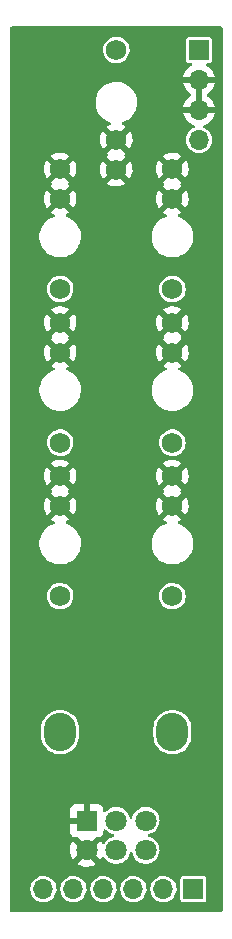
<source format=gbr>
G04 #@! TF.GenerationSoftware,KiCad,Pcbnew,(6.0.0)*
G04 #@! TF.CreationDate,2022-01-30T14:59:02+09:00*
G04 #@! TF.ProjectId,exits,65786974-732e-46b6-9963-61645f706362,2.1*
G04 #@! TF.SameCoordinates,Original*
G04 #@! TF.FileFunction,Copper,L1,Top*
G04 #@! TF.FilePolarity,Positive*
%FSLAX46Y46*%
G04 Gerber Fmt 4.6, Leading zero omitted, Abs format (unit mm)*
G04 Created by KiCad (PCBNEW (6.0.0)) date 2022-01-30 14:59:03*
%MOMM*%
%LPD*%
G01*
G04 APERTURE LIST*
G04 #@! TA.AperFunction,ComponentPad*
%ADD10C,1.727200*%
G04 #@! TD*
G04 #@! TA.AperFunction,ComponentPad*
%ADD11O,2.720000X3.240000*%
G04 #@! TD*
G04 #@! TA.AperFunction,ComponentPad*
%ADD12R,1.800000X1.800000*%
G04 #@! TD*
G04 #@! TA.AperFunction,ComponentPad*
%ADD13C,1.800000*%
G04 #@! TD*
G04 #@! TA.AperFunction,ComponentPad*
%ADD14R,1.700000X1.700000*%
G04 #@! TD*
G04 #@! TA.AperFunction,ComponentPad*
%ADD15O,1.700000X1.700000*%
G04 #@! TD*
G04 #@! TA.AperFunction,ViaPad*
%ADD16C,0.762000*%
G04 #@! TD*
G04 APERTURE END LIST*
D10*
X156500000Y-65340000D03*
X156500000Y-67880000D03*
X156500000Y-75500000D03*
X156500000Y-52340000D03*
X156500000Y-54880000D03*
X156500000Y-62500000D03*
X151750000Y-52410000D03*
X151750000Y-49870000D03*
X151750000Y-42250000D03*
X147000000Y-52340000D03*
X147000000Y-54880000D03*
X147000000Y-62500000D03*
X147000000Y-65340000D03*
X147000000Y-67880000D03*
X147000000Y-75500000D03*
X147000000Y-78340000D03*
X147000000Y-80880000D03*
X147000000Y-88500000D03*
X156500000Y-78340000D03*
X156500000Y-80880000D03*
X156500000Y-88500000D03*
D11*
X156500000Y-100000000D03*
X147000000Y-100000000D03*
D12*
X149250000Y-107500000D03*
D13*
X151750000Y-107500000D03*
X154250000Y-107500000D03*
X149250000Y-110000000D03*
X151750000Y-110000000D03*
X154250000Y-110000000D03*
D14*
X158750000Y-42250000D03*
D15*
X158750000Y-44790000D03*
X158750000Y-47330000D03*
X158750000Y-49870000D03*
D14*
X158280000Y-113300000D03*
D15*
X155740000Y-113300000D03*
X153200000Y-113300000D03*
X150660000Y-113300000D03*
X148120000Y-113300000D03*
X145580000Y-113300000D03*
D16*
X152500000Y-71250000D03*
G04 #@! TA.AperFunction,Conductor*
G36*
X160688121Y-40274002D02*
G01*
X160734614Y-40327658D01*
X160746000Y-40380000D01*
X160746000Y-115120000D01*
X160725998Y-115188121D01*
X160672342Y-115234614D01*
X160620000Y-115246000D01*
X142880000Y-115246000D01*
X142811879Y-115225998D01*
X142765386Y-115172342D01*
X142754000Y-115120000D01*
X142754000Y-113270964D01*
X144471148Y-113270964D01*
X144484424Y-113473522D01*
X144485845Y-113479118D01*
X144485846Y-113479123D01*
X144506119Y-113558945D01*
X144534392Y-113670269D01*
X144536809Y-113675512D01*
X144574010Y-113756208D01*
X144619377Y-113854616D01*
X144736533Y-114020389D01*
X144881938Y-114162035D01*
X145050720Y-114274812D01*
X145056023Y-114277090D01*
X145056026Y-114277092D01*
X145187283Y-114333484D01*
X145237228Y-114354942D01*
X145310244Y-114371464D01*
X145429579Y-114398467D01*
X145429584Y-114398468D01*
X145435216Y-114399742D01*
X145440987Y-114399969D01*
X145440989Y-114399969D01*
X145500756Y-114402317D01*
X145638053Y-114407712D01*
X145745348Y-114392155D01*
X145833231Y-114379413D01*
X145833236Y-114379412D01*
X145838945Y-114378584D01*
X145844409Y-114376729D01*
X145844414Y-114376728D01*
X146025693Y-114315192D01*
X146025698Y-114315190D01*
X146031165Y-114313334D01*
X146208276Y-114214147D01*
X146247969Y-114181135D01*
X146359913Y-114088031D01*
X146364345Y-114084345D01*
X146494147Y-113928276D01*
X146593334Y-113751165D01*
X146595190Y-113745698D01*
X146595192Y-113745693D01*
X146656728Y-113564414D01*
X146656729Y-113564409D01*
X146658584Y-113558945D01*
X146659412Y-113553236D01*
X146659413Y-113553231D01*
X146687179Y-113361727D01*
X146687712Y-113358053D01*
X146689232Y-113300000D01*
X146686564Y-113270964D01*
X147011148Y-113270964D01*
X147024424Y-113473522D01*
X147025845Y-113479118D01*
X147025846Y-113479123D01*
X147046119Y-113558945D01*
X147074392Y-113670269D01*
X147076809Y-113675512D01*
X147114010Y-113756208D01*
X147159377Y-113854616D01*
X147276533Y-114020389D01*
X147421938Y-114162035D01*
X147590720Y-114274812D01*
X147596023Y-114277090D01*
X147596026Y-114277092D01*
X147727283Y-114333484D01*
X147777228Y-114354942D01*
X147850244Y-114371464D01*
X147969579Y-114398467D01*
X147969584Y-114398468D01*
X147975216Y-114399742D01*
X147980987Y-114399969D01*
X147980989Y-114399969D01*
X148040756Y-114402317D01*
X148178053Y-114407712D01*
X148285348Y-114392155D01*
X148373231Y-114379413D01*
X148373236Y-114379412D01*
X148378945Y-114378584D01*
X148384409Y-114376729D01*
X148384414Y-114376728D01*
X148565693Y-114315192D01*
X148565698Y-114315190D01*
X148571165Y-114313334D01*
X148748276Y-114214147D01*
X148787969Y-114181135D01*
X148899913Y-114088031D01*
X148904345Y-114084345D01*
X149034147Y-113928276D01*
X149133334Y-113751165D01*
X149135190Y-113745698D01*
X149135192Y-113745693D01*
X149196728Y-113564414D01*
X149196729Y-113564409D01*
X149198584Y-113558945D01*
X149199412Y-113553236D01*
X149199413Y-113553231D01*
X149227179Y-113361727D01*
X149227712Y-113358053D01*
X149229232Y-113300000D01*
X149226564Y-113270964D01*
X149551148Y-113270964D01*
X149564424Y-113473522D01*
X149565845Y-113479118D01*
X149565846Y-113479123D01*
X149586119Y-113558945D01*
X149614392Y-113670269D01*
X149616809Y-113675512D01*
X149654010Y-113756208D01*
X149699377Y-113854616D01*
X149816533Y-114020389D01*
X149961938Y-114162035D01*
X150130720Y-114274812D01*
X150136023Y-114277090D01*
X150136026Y-114277092D01*
X150267283Y-114333484D01*
X150317228Y-114354942D01*
X150390244Y-114371464D01*
X150509579Y-114398467D01*
X150509584Y-114398468D01*
X150515216Y-114399742D01*
X150520987Y-114399969D01*
X150520989Y-114399969D01*
X150580756Y-114402317D01*
X150718053Y-114407712D01*
X150825348Y-114392155D01*
X150913231Y-114379413D01*
X150913236Y-114379412D01*
X150918945Y-114378584D01*
X150924409Y-114376729D01*
X150924414Y-114376728D01*
X151105693Y-114315192D01*
X151105698Y-114315190D01*
X151111165Y-114313334D01*
X151288276Y-114214147D01*
X151327969Y-114181135D01*
X151439913Y-114088031D01*
X151444345Y-114084345D01*
X151574147Y-113928276D01*
X151673334Y-113751165D01*
X151675190Y-113745698D01*
X151675192Y-113745693D01*
X151736728Y-113564414D01*
X151736729Y-113564409D01*
X151738584Y-113558945D01*
X151739412Y-113553236D01*
X151739413Y-113553231D01*
X151767179Y-113361727D01*
X151767712Y-113358053D01*
X151769232Y-113300000D01*
X151766564Y-113270964D01*
X152091148Y-113270964D01*
X152104424Y-113473522D01*
X152105845Y-113479118D01*
X152105846Y-113479123D01*
X152126119Y-113558945D01*
X152154392Y-113670269D01*
X152156809Y-113675512D01*
X152194010Y-113756208D01*
X152239377Y-113854616D01*
X152356533Y-114020389D01*
X152501938Y-114162035D01*
X152670720Y-114274812D01*
X152676023Y-114277090D01*
X152676026Y-114277092D01*
X152807283Y-114333484D01*
X152857228Y-114354942D01*
X152930244Y-114371464D01*
X153049579Y-114398467D01*
X153049584Y-114398468D01*
X153055216Y-114399742D01*
X153060987Y-114399969D01*
X153060989Y-114399969D01*
X153120756Y-114402317D01*
X153258053Y-114407712D01*
X153365348Y-114392155D01*
X153453231Y-114379413D01*
X153453236Y-114379412D01*
X153458945Y-114378584D01*
X153464409Y-114376729D01*
X153464414Y-114376728D01*
X153645693Y-114315192D01*
X153645698Y-114315190D01*
X153651165Y-114313334D01*
X153828276Y-114214147D01*
X153867969Y-114181135D01*
X153979913Y-114088031D01*
X153984345Y-114084345D01*
X154114147Y-113928276D01*
X154213334Y-113751165D01*
X154215190Y-113745698D01*
X154215192Y-113745693D01*
X154276728Y-113564414D01*
X154276729Y-113564409D01*
X154278584Y-113558945D01*
X154279412Y-113553236D01*
X154279413Y-113553231D01*
X154307179Y-113361727D01*
X154307712Y-113358053D01*
X154309232Y-113300000D01*
X154306564Y-113270964D01*
X154631148Y-113270964D01*
X154644424Y-113473522D01*
X154645845Y-113479118D01*
X154645846Y-113479123D01*
X154666119Y-113558945D01*
X154694392Y-113670269D01*
X154696809Y-113675512D01*
X154734010Y-113756208D01*
X154779377Y-113854616D01*
X154896533Y-114020389D01*
X155041938Y-114162035D01*
X155210720Y-114274812D01*
X155216023Y-114277090D01*
X155216026Y-114277092D01*
X155347283Y-114333484D01*
X155397228Y-114354942D01*
X155470244Y-114371464D01*
X155589579Y-114398467D01*
X155589584Y-114398468D01*
X155595216Y-114399742D01*
X155600987Y-114399969D01*
X155600989Y-114399969D01*
X155660756Y-114402317D01*
X155798053Y-114407712D01*
X155905348Y-114392155D01*
X155993231Y-114379413D01*
X155993236Y-114379412D01*
X155998945Y-114378584D01*
X156004409Y-114376729D01*
X156004414Y-114376728D01*
X156185693Y-114315192D01*
X156185698Y-114315190D01*
X156191165Y-114313334D01*
X156368276Y-114214147D01*
X156407969Y-114181135D01*
X156519913Y-114088031D01*
X156524345Y-114084345D01*
X156654147Y-113928276D01*
X156753334Y-113751165D01*
X156755190Y-113745698D01*
X156755192Y-113745693D01*
X156816728Y-113564414D01*
X156816729Y-113564409D01*
X156818584Y-113558945D01*
X156819412Y-113553236D01*
X156819413Y-113553231D01*
X156847179Y-113361727D01*
X156847712Y-113358053D01*
X156849232Y-113300000D01*
X156830658Y-113097859D01*
X156829090Y-113092299D01*
X156777125Y-112908046D01*
X156777124Y-112908044D01*
X156775557Y-112902487D01*
X156764978Y-112881033D01*
X156688331Y-112725609D01*
X156685776Y-112720428D01*
X156564320Y-112557779D01*
X156420609Y-112424933D01*
X157175500Y-112424933D01*
X157175501Y-114175066D01*
X157190266Y-114249301D01*
X157197161Y-114259620D01*
X157197162Y-114259622D01*
X157237516Y-114320015D01*
X157246516Y-114333484D01*
X157330699Y-114389734D01*
X157404933Y-114404500D01*
X158279858Y-114404500D01*
X159155066Y-114404499D01*
X159190818Y-114397388D01*
X159217126Y-114392156D01*
X159217128Y-114392155D01*
X159229301Y-114389734D01*
X159239621Y-114382839D01*
X159239622Y-114382838D01*
X159303168Y-114340377D01*
X159313484Y-114333484D01*
X159369734Y-114249301D01*
X159384500Y-114175067D01*
X159384499Y-112424934D01*
X159369734Y-112350699D01*
X159343654Y-112311667D01*
X159320377Y-112276832D01*
X159313484Y-112266516D01*
X159229301Y-112210266D01*
X159155067Y-112195500D01*
X158280142Y-112195500D01*
X157404934Y-112195501D01*
X157369182Y-112202612D01*
X157342874Y-112207844D01*
X157342872Y-112207845D01*
X157330699Y-112210266D01*
X157320379Y-112217161D01*
X157320378Y-112217162D01*
X157259985Y-112257516D01*
X157246516Y-112266516D01*
X157190266Y-112350699D01*
X157175500Y-112424933D01*
X156420609Y-112424933D01*
X156415258Y-112419987D01*
X156410375Y-112416906D01*
X156410371Y-112416903D01*
X156248464Y-112314748D01*
X156243581Y-112311667D01*
X156055039Y-112236446D01*
X156049379Y-112235320D01*
X156049375Y-112235319D01*
X155861613Y-112197971D01*
X155861610Y-112197971D01*
X155855946Y-112196844D01*
X155850171Y-112196768D01*
X155850167Y-112196768D01*
X155748793Y-112195441D01*
X155652971Y-112194187D01*
X155647274Y-112195166D01*
X155647273Y-112195166D01*
X155559397Y-112210266D01*
X155452910Y-112228564D01*
X155262463Y-112298824D01*
X155088010Y-112402612D01*
X155083670Y-112406418D01*
X155083666Y-112406421D01*
X154939733Y-112532648D01*
X154935392Y-112536455D01*
X154809720Y-112695869D01*
X154807031Y-112700980D01*
X154807029Y-112700983D01*
X154794073Y-112725609D01*
X154715203Y-112875515D01*
X154655007Y-113069378D01*
X154631148Y-113270964D01*
X154306564Y-113270964D01*
X154290658Y-113097859D01*
X154289090Y-113092299D01*
X154237125Y-112908046D01*
X154237124Y-112908044D01*
X154235557Y-112902487D01*
X154224978Y-112881033D01*
X154148331Y-112725609D01*
X154145776Y-112720428D01*
X154024320Y-112557779D01*
X153875258Y-112419987D01*
X153870375Y-112416906D01*
X153870371Y-112416903D01*
X153708464Y-112314748D01*
X153703581Y-112311667D01*
X153515039Y-112236446D01*
X153509379Y-112235320D01*
X153509375Y-112235319D01*
X153321613Y-112197971D01*
X153321610Y-112197971D01*
X153315946Y-112196844D01*
X153310171Y-112196768D01*
X153310167Y-112196768D01*
X153208793Y-112195441D01*
X153112971Y-112194187D01*
X153107274Y-112195166D01*
X153107273Y-112195166D01*
X153019397Y-112210266D01*
X152912910Y-112228564D01*
X152722463Y-112298824D01*
X152548010Y-112402612D01*
X152543670Y-112406418D01*
X152543666Y-112406421D01*
X152399733Y-112532648D01*
X152395392Y-112536455D01*
X152269720Y-112695869D01*
X152267031Y-112700980D01*
X152267029Y-112700983D01*
X152254073Y-112725609D01*
X152175203Y-112875515D01*
X152115007Y-113069378D01*
X152091148Y-113270964D01*
X151766564Y-113270964D01*
X151750658Y-113097859D01*
X151749090Y-113092299D01*
X151697125Y-112908046D01*
X151697124Y-112908044D01*
X151695557Y-112902487D01*
X151684978Y-112881033D01*
X151608331Y-112725609D01*
X151605776Y-112720428D01*
X151484320Y-112557779D01*
X151335258Y-112419987D01*
X151330375Y-112416906D01*
X151330371Y-112416903D01*
X151168464Y-112314748D01*
X151163581Y-112311667D01*
X150975039Y-112236446D01*
X150969379Y-112235320D01*
X150969375Y-112235319D01*
X150781613Y-112197971D01*
X150781610Y-112197971D01*
X150775946Y-112196844D01*
X150770171Y-112196768D01*
X150770167Y-112196768D01*
X150668793Y-112195441D01*
X150572971Y-112194187D01*
X150567274Y-112195166D01*
X150567273Y-112195166D01*
X150479397Y-112210266D01*
X150372910Y-112228564D01*
X150182463Y-112298824D01*
X150008010Y-112402612D01*
X150003670Y-112406418D01*
X150003666Y-112406421D01*
X149859733Y-112532648D01*
X149855392Y-112536455D01*
X149729720Y-112695869D01*
X149727031Y-112700980D01*
X149727029Y-112700983D01*
X149714073Y-112725609D01*
X149635203Y-112875515D01*
X149575007Y-113069378D01*
X149551148Y-113270964D01*
X149226564Y-113270964D01*
X149210658Y-113097859D01*
X149209090Y-113092299D01*
X149157125Y-112908046D01*
X149157124Y-112908044D01*
X149155557Y-112902487D01*
X149144978Y-112881033D01*
X149068331Y-112725609D01*
X149065776Y-112720428D01*
X148944320Y-112557779D01*
X148795258Y-112419987D01*
X148790375Y-112416906D01*
X148790371Y-112416903D01*
X148628464Y-112314748D01*
X148623581Y-112311667D01*
X148435039Y-112236446D01*
X148429379Y-112235320D01*
X148429375Y-112235319D01*
X148241613Y-112197971D01*
X148241610Y-112197971D01*
X148235946Y-112196844D01*
X148230171Y-112196768D01*
X148230167Y-112196768D01*
X148128793Y-112195441D01*
X148032971Y-112194187D01*
X148027274Y-112195166D01*
X148027273Y-112195166D01*
X147939397Y-112210266D01*
X147832910Y-112228564D01*
X147642463Y-112298824D01*
X147468010Y-112402612D01*
X147463670Y-112406418D01*
X147463666Y-112406421D01*
X147319733Y-112532648D01*
X147315392Y-112536455D01*
X147189720Y-112695869D01*
X147187031Y-112700980D01*
X147187029Y-112700983D01*
X147174073Y-112725609D01*
X147095203Y-112875515D01*
X147035007Y-113069378D01*
X147011148Y-113270964D01*
X146686564Y-113270964D01*
X146670658Y-113097859D01*
X146669090Y-113092299D01*
X146617125Y-112908046D01*
X146617124Y-112908044D01*
X146615557Y-112902487D01*
X146604978Y-112881033D01*
X146528331Y-112725609D01*
X146525776Y-112720428D01*
X146404320Y-112557779D01*
X146255258Y-112419987D01*
X146250375Y-112416906D01*
X146250371Y-112416903D01*
X146088464Y-112314748D01*
X146083581Y-112311667D01*
X145895039Y-112236446D01*
X145889379Y-112235320D01*
X145889375Y-112235319D01*
X145701613Y-112197971D01*
X145701610Y-112197971D01*
X145695946Y-112196844D01*
X145690171Y-112196768D01*
X145690167Y-112196768D01*
X145588793Y-112195441D01*
X145492971Y-112194187D01*
X145487274Y-112195166D01*
X145487273Y-112195166D01*
X145399397Y-112210266D01*
X145292910Y-112228564D01*
X145102463Y-112298824D01*
X144928010Y-112402612D01*
X144923670Y-112406418D01*
X144923666Y-112406421D01*
X144779733Y-112532648D01*
X144775392Y-112536455D01*
X144649720Y-112695869D01*
X144647031Y-112700980D01*
X144647029Y-112700983D01*
X144634073Y-112725609D01*
X144555203Y-112875515D01*
X144495007Y-113069378D01*
X144471148Y-113270964D01*
X142754000Y-113270964D01*
X142754000Y-111161406D01*
X148453423Y-111161406D01*
X148458704Y-111168461D01*
X148635080Y-111271527D01*
X148644363Y-111275974D01*
X148851003Y-111354883D01*
X148860901Y-111357759D01*
X149077653Y-111401857D01*
X149087883Y-111403076D01*
X149308914Y-111411182D01*
X149319223Y-111410714D01*
X149538623Y-111382608D01*
X149548688Y-111380468D01*
X149760557Y-111316905D01*
X149770152Y-111313144D01*
X149968778Y-111215838D01*
X149977636Y-111210559D01*
X150035097Y-111169572D01*
X150043497Y-111158874D01*
X150036510Y-111145721D01*
X149262811Y-110372021D01*
X149248868Y-110364408D01*
X149247034Y-110364539D01*
X149240420Y-110368790D01*
X148460180Y-111149031D01*
X148453423Y-111161406D01*
X142754000Y-111161406D01*
X142754000Y-109970638D01*
X147837893Y-109970638D01*
X147850627Y-110191468D01*
X147852061Y-110201670D01*
X147900685Y-110417439D01*
X147903773Y-110427292D01*
X147986986Y-110632220D01*
X147991634Y-110641421D01*
X148080097Y-110785781D01*
X148090553Y-110795242D01*
X148099331Y-110791458D01*
X148877979Y-110012811D01*
X148885592Y-109998868D01*
X148885461Y-109997034D01*
X148881210Y-109990420D01*
X148103862Y-109213073D01*
X148092330Y-109206776D01*
X148080048Y-109216399D01*
X148024467Y-109297877D01*
X148019379Y-109306833D01*
X147926252Y-109507459D01*
X147922689Y-109517146D01*
X147863581Y-109730280D01*
X147861650Y-109740400D01*
X147838145Y-109960349D01*
X147837893Y-109970638D01*
X142754000Y-109970638D01*
X142754000Y-108444669D01*
X147842001Y-108444669D01*
X147842371Y-108451490D01*
X147847895Y-108502352D01*
X147851521Y-108517604D01*
X147896676Y-108638054D01*
X147905214Y-108653649D01*
X147981715Y-108755724D01*
X147994276Y-108768285D01*
X148096351Y-108844786D01*
X148111946Y-108853324D01*
X148232394Y-108898478D01*
X148247650Y-108902105D01*
X148276961Y-108905290D01*
X148300835Y-108901010D01*
X148302170Y-108900048D01*
X148316622Y-108885597D01*
X148378935Y-108851574D01*
X148449750Y-108856640D01*
X148494811Y-108885600D01*
X149237189Y-109627979D01*
X149251132Y-109635592D01*
X149252966Y-109635461D01*
X149259580Y-109631210D01*
X150005189Y-108885600D01*
X150067502Y-108851575D01*
X150138317Y-108856639D01*
X150183378Y-108885597D01*
X150192218Y-108894437D01*
X150213503Y-108906059D01*
X150215145Y-108906146D01*
X150252352Y-108902105D01*
X150267604Y-108898479D01*
X150388054Y-108853324D01*
X150403649Y-108844786D01*
X150505724Y-108768285D01*
X150518285Y-108755724D01*
X150594786Y-108653649D01*
X150603324Y-108638054D01*
X150648478Y-108517606D01*
X150652105Y-108502351D01*
X150657631Y-108451486D01*
X150658000Y-108444672D01*
X150658000Y-108346734D01*
X150678002Y-108278613D01*
X150731658Y-108232120D01*
X150801932Y-108222016D01*
X150866512Y-108251510D01*
X150871921Y-108256480D01*
X151016197Y-108397027D01*
X151016203Y-108397032D01*
X151020337Y-108401059D01*
X151025133Y-108404264D01*
X151025136Y-108404266D01*
X151167186Y-108499180D01*
X151196760Y-108518941D01*
X151202063Y-108521219D01*
X151202066Y-108521221D01*
X151283908Y-108556383D01*
X151391711Y-108602699D01*
X151452928Y-108616551D01*
X151495707Y-108626231D01*
X151557734Y-108660774D01*
X151591238Y-108723367D01*
X151585584Y-108794138D01*
X151542565Y-108850618D01*
X151489237Y-108873304D01*
X151449913Y-108880061D01*
X151250846Y-108953501D01*
X151245885Y-108956453D01*
X151245884Y-108956453D01*
X151073463Y-109059032D01*
X151073460Y-109059034D01*
X151068495Y-109061988D01*
X151064155Y-109065794D01*
X151064151Y-109065797D01*
X150913309Y-109198083D01*
X150908968Y-109201890D01*
X150905393Y-109206425D01*
X150905392Y-109206426D01*
X150809535Y-109328020D01*
X150777607Y-109368520D01*
X150774922Y-109373623D01*
X150774919Y-109373628D01*
X150753865Y-109413647D01*
X150704446Y-109464620D01*
X150635314Y-109480783D01*
X150568417Y-109457005D01*
X150526807Y-109405223D01*
X150497193Y-109337118D01*
X150492315Y-109328020D01*
X150419224Y-109215038D01*
X150408538Y-109205835D01*
X150398973Y-109210238D01*
X149622021Y-109987189D01*
X149614408Y-110001132D01*
X149614539Y-110002966D01*
X149618790Y-110009580D01*
X150396307Y-110787096D01*
X150408313Y-110793652D01*
X150420052Y-110784684D01*
X150458010Y-110731859D01*
X150463321Y-110723020D01*
X150527750Y-110592657D01*
X150575864Y-110540450D01*
X150644565Y-110522543D01*
X150712041Y-110544621D01*
X150745050Y-110580317D01*
X150745890Y-110579723D01*
X150868350Y-110753000D01*
X151020337Y-110901059D01*
X151025133Y-110904264D01*
X151025136Y-110904266D01*
X151167186Y-110999180D01*
X151196760Y-111018941D01*
X151202063Y-111021219D01*
X151202066Y-111021221D01*
X151283908Y-111056383D01*
X151391711Y-111102699D01*
X151467750Y-111119905D01*
X151593025Y-111148252D01*
X151593030Y-111148253D01*
X151598662Y-111149527D01*
X151604433Y-111149754D01*
X151604435Y-111149754D01*
X151669911Y-111152326D01*
X151810681Y-111157857D01*
X151915674Y-111142634D01*
X152014953Y-111128239D01*
X152014958Y-111128238D01*
X152020667Y-111127410D01*
X152026131Y-111125555D01*
X152026136Y-111125554D01*
X152119240Y-111093949D01*
X152221589Y-111059207D01*
X152299221Y-111015731D01*
X152401670Y-110958357D01*
X152401674Y-110958354D01*
X152406717Y-110955530D01*
X152569852Y-110819852D01*
X152705530Y-110656717D01*
X152708354Y-110651674D01*
X152708357Y-110651670D01*
X152806383Y-110476632D01*
X152806384Y-110476630D01*
X152809207Y-110471589D01*
X152877410Y-110270667D01*
X152878239Y-110264951D01*
X152879584Y-110259348D01*
X152914936Y-110197780D01*
X152977963Y-110165098D01*
X153048654Y-110171679D01*
X153104565Y-110215434D01*
X153124225Y-110257748D01*
X153157058Y-110387031D01*
X153245890Y-110579723D01*
X153368350Y-110753000D01*
X153520337Y-110901059D01*
X153525133Y-110904264D01*
X153525136Y-110904266D01*
X153667186Y-110999180D01*
X153696760Y-111018941D01*
X153702063Y-111021219D01*
X153702066Y-111021221D01*
X153783908Y-111056383D01*
X153891711Y-111102699D01*
X153967750Y-111119905D01*
X154093025Y-111148252D01*
X154093030Y-111148253D01*
X154098662Y-111149527D01*
X154104433Y-111149754D01*
X154104435Y-111149754D01*
X154169911Y-111152326D01*
X154310681Y-111157857D01*
X154415674Y-111142634D01*
X154514953Y-111128239D01*
X154514958Y-111128238D01*
X154520667Y-111127410D01*
X154526131Y-111125555D01*
X154526136Y-111125554D01*
X154619240Y-111093949D01*
X154721589Y-111059207D01*
X154799221Y-111015731D01*
X154901670Y-110958357D01*
X154901674Y-110958354D01*
X154906717Y-110955530D01*
X155069852Y-110819852D01*
X155205530Y-110656717D01*
X155208354Y-110651674D01*
X155208357Y-110651670D01*
X155306383Y-110476632D01*
X155306384Y-110476630D01*
X155309207Y-110471589D01*
X155377410Y-110270667D01*
X155379052Y-110259348D01*
X155407324Y-110064355D01*
X155407857Y-110060681D01*
X155409446Y-110000000D01*
X155397446Y-109869402D01*
X155390560Y-109794462D01*
X155390559Y-109794459D01*
X155390031Y-109788708D01*
X155334005Y-109590053D01*
X155334003Y-109590049D01*
X155332436Y-109584492D01*
X155281293Y-109480783D01*
X155241145Y-109399372D01*
X155238590Y-109394191D01*
X155111636Y-109224179D01*
X155103220Y-109216399D01*
X154960066Y-109084069D01*
X154960063Y-109084067D01*
X154955826Y-109080150D01*
X154776377Y-108966926D01*
X154579300Y-108888300D01*
X154573637Y-108887174D01*
X154573635Y-108887173D01*
X154532957Y-108879082D01*
X154514942Y-108875499D01*
X154452033Y-108842592D01*
X154416900Y-108780898D01*
X154420700Y-108710003D01*
X154462225Y-108652416D01*
X154510106Y-108629402D01*
X154514949Y-108628239D01*
X154520667Y-108627410D01*
X154721589Y-108559207D01*
X154795873Y-108517606D01*
X154901670Y-108458357D01*
X154901674Y-108458354D01*
X154906717Y-108455530D01*
X155069852Y-108319852D01*
X155205530Y-108156717D01*
X155208354Y-108151674D01*
X155208357Y-108151670D01*
X155306383Y-107976632D01*
X155306384Y-107976630D01*
X155309207Y-107971589D01*
X155377410Y-107770667D01*
X155378977Y-107759865D01*
X155407324Y-107564355D01*
X155407857Y-107560681D01*
X155409446Y-107500000D01*
X155397446Y-107369402D01*
X155390560Y-107294462D01*
X155390559Y-107294459D01*
X155390031Y-107288708D01*
X155334005Y-107090053D01*
X155334003Y-107090049D01*
X155332436Y-107084492D01*
X155238590Y-106894191D01*
X155126236Y-106743730D01*
X155115089Y-106728803D01*
X155115088Y-106728802D01*
X155111636Y-106724179D01*
X155087524Y-106701890D01*
X154960066Y-106584069D01*
X154960063Y-106584067D01*
X154955826Y-106580150D01*
X154776377Y-106466926D01*
X154579300Y-106388300D01*
X154573643Y-106387175D01*
X154573637Y-106387173D01*
X154376863Y-106348033D01*
X154376859Y-106348033D01*
X154371195Y-106346906D01*
X154365420Y-106346830D01*
X154365416Y-106346830D01*
X154258804Y-106345434D01*
X154159031Y-106344128D01*
X154153334Y-106345107D01*
X154153333Y-106345107D01*
X154136305Y-106348033D01*
X153949913Y-106380061D01*
X153750846Y-106453501D01*
X153745885Y-106456453D01*
X153745884Y-106456453D01*
X153573463Y-106559032D01*
X153573460Y-106559034D01*
X153568495Y-106561988D01*
X153564155Y-106565794D01*
X153564151Y-106565797D01*
X153433258Y-106680588D01*
X153408968Y-106701890D01*
X153277607Y-106868520D01*
X153178812Y-107056299D01*
X153177100Y-107061813D01*
X153119273Y-107248046D01*
X153079970Y-107307171D01*
X153014940Y-107335662D01*
X152944831Y-107324472D01*
X152891901Y-107277155D01*
X152877671Y-107244883D01*
X152834005Y-107090053D01*
X152834003Y-107090047D01*
X152832436Y-107084492D01*
X152738590Y-106894191D01*
X152626236Y-106743730D01*
X152615089Y-106728803D01*
X152615088Y-106728802D01*
X152611636Y-106724179D01*
X152587524Y-106701890D01*
X152460066Y-106584069D01*
X152460063Y-106584067D01*
X152455826Y-106580150D01*
X152276377Y-106466926D01*
X152079300Y-106388300D01*
X152073643Y-106387175D01*
X152073637Y-106387173D01*
X151876863Y-106348033D01*
X151876859Y-106348033D01*
X151871195Y-106346906D01*
X151865420Y-106346830D01*
X151865416Y-106346830D01*
X151758804Y-106345434D01*
X151659031Y-106344128D01*
X151653334Y-106345107D01*
X151653333Y-106345107D01*
X151636305Y-106348033D01*
X151449913Y-106380061D01*
X151250846Y-106453501D01*
X151245885Y-106456453D01*
X151245884Y-106456453D01*
X151073463Y-106559032D01*
X151073460Y-106559034D01*
X151068495Y-106561988D01*
X151064155Y-106565794D01*
X151064151Y-106565797D01*
X150933258Y-106680588D01*
X150908968Y-106701890D01*
X150887752Y-106728803D01*
X150882949Y-106734895D01*
X150825068Y-106776008D01*
X150754148Y-106779302D01*
X150692705Y-106743730D01*
X150660248Y-106680588D01*
X150657999Y-106656889D01*
X150657999Y-106555331D01*
X150657629Y-106548510D01*
X150652105Y-106497648D01*
X150648479Y-106482396D01*
X150603324Y-106361946D01*
X150594786Y-106346351D01*
X150518285Y-106244276D01*
X150505724Y-106231715D01*
X150403649Y-106155214D01*
X150388054Y-106146676D01*
X150267606Y-106101522D01*
X150252351Y-106097895D01*
X150201486Y-106092369D01*
X150194672Y-106092000D01*
X149522115Y-106092000D01*
X149506876Y-106096475D01*
X149505671Y-106097865D01*
X149504000Y-106105548D01*
X149504000Y-107628000D01*
X149483998Y-107696121D01*
X149430342Y-107742614D01*
X149378000Y-107754000D01*
X147860116Y-107754000D01*
X147844877Y-107758475D01*
X147843672Y-107759865D01*
X147842001Y-107767548D01*
X147842001Y-108444669D01*
X142754000Y-108444669D01*
X142754000Y-107227885D01*
X147842000Y-107227885D01*
X147846475Y-107243124D01*
X147847865Y-107244329D01*
X147855548Y-107246000D01*
X148977885Y-107246000D01*
X148993124Y-107241525D01*
X148994329Y-107240135D01*
X148996000Y-107232452D01*
X148996000Y-106110116D01*
X148991525Y-106094877D01*
X148990135Y-106093672D01*
X148982452Y-106092001D01*
X148305331Y-106092001D01*
X148298510Y-106092371D01*
X148247648Y-106097895D01*
X148232396Y-106101521D01*
X148111946Y-106146676D01*
X148096351Y-106155214D01*
X147994276Y-106231715D01*
X147981715Y-106244276D01*
X147905214Y-106346351D01*
X147896676Y-106361946D01*
X147851522Y-106482394D01*
X147847895Y-106497649D01*
X147842369Y-106548514D01*
X147842000Y-106555328D01*
X147842000Y-107227885D01*
X142754000Y-107227885D01*
X142754000Y-100323428D01*
X145385500Y-100323428D01*
X145400447Y-100513344D01*
X145459772Y-100760451D01*
X145557022Y-100995234D01*
X145689803Y-101211914D01*
X145854846Y-101405154D01*
X146048086Y-101570197D01*
X146264766Y-101702978D01*
X146269336Y-101704871D01*
X146269340Y-101704873D01*
X146494976Y-101798334D01*
X146499549Y-101800228D01*
X146585220Y-101820796D01*
X146741843Y-101858398D01*
X146741849Y-101858399D01*
X146746656Y-101859553D01*
X147000000Y-101879492D01*
X147253344Y-101859553D01*
X147258151Y-101858399D01*
X147258157Y-101858398D01*
X147414780Y-101820796D01*
X147500451Y-101800228D01*
X147505024Y-101798334D01*
X147730660Y-101704873D01*
X147730664Y-101704871D01*
X147735234Y-101702978D01*
X147951914Y-101570197D01*
X148145154Y-101405154D01*
X148310197Y-101211914D01*
X148442978Y-100995234D01*
X148540228Y-100760451D01*
X148599553Y-100513344D01*
X148614500Y-100323428D01*
X154885500Y-100323428D01*
X154900447Y-100513344D01*
X154959772Y-100760451D01*
X155057022Y-100995234D01*
X155189803Y-101211914D01*
X155354846Y-101405154D01*
X155548086Y-101570197D01*
X155764766Y-101702978D01*
X155769336Y-101704871D01*
X155769340Y-101704873D01*
X155994976Y-101798334D01*
X155999549Y-101800228D01*
X156085220Y-101820796D01*
X156241843Y-101858398D01*
X156241849Y-101858399D01*
X156246656Y-101859553D01*
X156500000Y-101879492D01*
X156753344Y-101859553D01*
X156758151Y-101858399D01*
X156758157Y-101858398D01*
X156914780Y-101820796D01*
X157000451Y-101800228D01*
X157005024Y-101798334D01*
X157230660Y-101704873D01*
X157230664Y-101704871D01*
X157235234Y-101702978D01*
X157451914Y-101570197D01*
X157645154Y-101405154D01*
X157810197Y-101211914D01*
X157942978Y-100995234D01*
X158040228Y-100760451D01*
X158099553Y-100513344D01*
X158114500Y-100323428D01*
X158114500Y-99676572D01*
X158099553Y-99486656D01*
X158040228Y-99239549D01*
X157942978Y-99004766D01*
X157810197Y-98788086D01*
X157645154Y-98594846D01*
X157451914Y-98429803D01*
X157235234Y-98297022D01*
X157230664Y-98295129D01*
X157230660Y-98295127D01*
X157005024Y-98201666D01*
X157005022Y-98201665D01*
X157000451Y-98199772D01*
X156914780Y-98179204D01*
X156758157Y-98141602D01*
X156758151Y-98141601D01*
X156753344Y-98140447D01*
X156500000Y-98120508D01*
X156246656Y-98140447D01*
X156241849Y-98141601D01*
X156241843Y-98141602D01*
X156085220Y-98179204D01*
X155999549Y-98199772D01*
X155994978Y-98201665D01*
X155994976Y-98201666D01*
X155769340Y-98295127D01*
X155769336Y-98295129D01*
X155764766Y-98297022D01*
X155548086Y-98429803D01*
X155354846Y-98594846D01*
X155189803Y-98788086D01*
X155057022Y-99004766D01*
X154959772Y-99239549D01*
X154900447Y-99486656D01*
X154885500Y-99676572D01*
X154885500Y-100323428D01*
X148614500Y-100323428D01*
X148614500Y-99676572D01*
X148599553Y-99486656D01*
X148540228Y-99239549D01*
X148442978Y-99004766D01*
X148310197Y-98788086D01*
X148145154Y-98594846D01*
X147951914Y-98429803D01*
X147735234Y-98297022D01*
X147730664Y-98295129D01*
X147730660Y-98295127D01*
X147505024Y-98201666D01*
X147505022Y-98201665D01*
X147500451Y-98199772D01*
X147414780Y-98179204D01*
X147258157Y-98141602D01*
X147258151Y-98141601D01*
X147253344Y-98140447D01*
X147000000Y-98120508D01*
X146746656Y-98140447D01*
X146741849Y-98141601D01*
X146741843Y-98141602D01*
X146585220Y-98179204D01*
X146499549Y-98199772D01*
X146494978Y-98201665D01*
X146494976Y-98201666D01*
X146269340Y-98295127D01*
X146269336Y-98295129D01*
X146264766Y-98297022D01*
X146048086Y-98429803D01*
X145854846Y-98594846D01*
X145689803Y-98788086D01*
X145557022Y-99004766D01*
X145459772Y-99239549D01*
X145400447Y-99486656D01*
X145385500Y-99676572D01*
X145385500Y-100323428D01*
X142754000Y-100323428D01*
X142754000Y-88470606D01*
X145877495Y-88470606D01*
X145890935Y-88675659D01*
X145941517Y-88874828D01*
X146027549Y-89061445D01*
X146146148Y-89229259D01*
X146293342Y-89372649D01*
X146298138Y-89375854D01*
X146298141Y-89375856D01*
X146376523Y-89428229D01*
X146464203Y-89486815D01*
X146469506Y-89489093D01*
X146469509Y-89489095D01*
X146559293Y-89527669D01*
X146653008Y-89567932D01*
X146853433Y-89613284D01*
X146859202Y-89613511D01*
X146859205Y-89613511D01*
X146936697Y-89616555D01*
X147058768Y-89621351D01*
X147160451Y-89606607D01*
X147256419Y-89592693D01*
X147256424Y-89592692D01*
X147262133Y-89591864D01*
X147267597Y-89590009D01*
X147267602Y-89590008D01*
X147451249Y-89527669D01*
X147451254Y-89527667D01*
X147456721Y-89525811D01*
X147636012Y-89425403D01*
X147794003Y-89294003D01*
X147925403Y-89136012D01*
X148025811Y-88956721D01*
X148027667Y-88951254D01*
X148027669Y-88951249D01*
X148090008Y-88767602D01*
X148090009Y-88767597D01*
X148091864Y-88762133D01*
X148104403Y-88675659D01*
X148120818Y-88562442D01*
X148121351Y-88558768D01*
X148122890Y-88500000D01*
X148120189Y-88470606D01*
X155377495Y-88470606D01*
X155390935Y-88675659D01*
X155441517Y-88874828D01*
X155527549Y-89061445D01*
X155646148Y-89229259D01*
X155793342Y-89372649D01*
X155798138Y-89375854D01*
X155798141Y-89375856D01*
X155876523Y-89428229D01*
X155964203Y-89486815D01*
X155969506Y-89489093D01*
X155969509Y-89489095D01*
X156059293Y-89527669D01*
X156153008Y-89567932D01*
X156353433Y-89613284D01*
X156359202Y-89613511D01*
X156359205Y-89613511D01*
X156436697Y-89616555D01*
X156558768Y-89621351D01*
X156660451Y-89606607D01*
X156756419Y-89592693D01*
X156756424Y-89592692D01*
X156762133Y-89591864D01*
X156767597Y-89590009D01*
X156767602Y-89590008D01*
X156951249Y-89527669D01*
X156951254Y-89527667D01*
X156956721Y-89525811D01*
X157136012Y-89425403D01*
X157294003Y-89294003D01*
X157425403Y-89136012D01*
X157525811Y-88956721D01*
X157527667Y-88951254D01*
X157527669Y-88951249D01*
X157590008Y-88767602D01*
X157590009Y-88767597D01*
X157591864Y-88762133D01*
X157604403Y-88675659D01*
X157620818Y-88562442D01*
X157621351Y-88558768D01*
X157622890Y-88500000D01*
X157604087Y-88295370D01*
X157594400Y-88261021D01*
X157549878Y-88103157D01*
X157549876Y-88103152D01*
X157548308Y-88097592D01*
X157457421Y-87913292D01*
X157334470Y-87748640D01*
X157183572Y-87609151D01*
X157138348Y-87580617D01*
X157014665Y-87502579D01*
X157014660Y-87502577D01*
X157009781Y-87499498D01*
X156818918Y-87423351D01*
X156617374Y-87383261D01*
X156611599Y-87383185D01*
X156611595Y-87383185D01*
X156510796Y-87381866D01*
X156411899Y-87380571D01*
X156209375Y-87415372D01*
X156203958Y-87417370D01*
X156203952Y-87417372D01*
X156057800Y-87471290D01*
X156016583Y-87486496D01*
X155998326Y-87497358D01*
X155844950Y-87588607D01*
X155844947Y-87588609D01*
X155839982Y-87591563D01*
X155685484Y-87727054D01*
X155558265Y-87888430D01*
X155462585Y-88070289D01*
X155401648Y-88266538D01*
X155377495Y-88470606D01*
X148120189Y-88470606D01*
X148104087Y-88295370D01*
X148094400Y-88261021D01*
X148049878Y-88103157D01*
X148049876Y-88103152D01*
X148048308Y-88097592D01*
X147957421Y-87913292D01*
X147834470Y-87748640D01*
X147683572Y-87609151D01*
X147638348Y-87580617D01*
X147514665Y-87502579D01*
X147514660Y-87502577D01*
X147509781Y-87499498D01*
X147318918Y-87423351D01*
X147117374Y-87383261D01*
X147111599Y-87383185D01*
X147111595Y-87383185D01*
X147010796Y-87381866D01*
X146911899Y-87380571D01*
X146709375Y-87415372D01*
X146703958Y-87417370D01*
X146703952Y-87417372D01*
X146557800Y-87471290D01*
X146516583Y-87486496D01*
X146498326Y-87497358D01*
X146344950Y-87588607D01*
X146344947Y-87588609D01*
X146339982Y-87591563D01*
X146185484Y-87727054D01*
X146058265Y-87888430D01*
X145962585Y-88070289D01*
X145901648Y-88266538D01*
X145877495Y-88470606D01*
X142754000Y-88470606D01*
X142754000Y-84162410D01*
X145243862Y-84162410D01*
X145279028Y-84420804D01*
X145352000Y-84671162D01*
X145461177Y-84907984D01*
X145463737Y-84911889D01*
X145463740Y-84911894D01*
X145601592Y-85122154D01*
X145601596Y-85122159D01*
X145604158Y-85126067D01*
X145777804Y-85320621D01*
X145978300Y-85487371D01*
X146201240Y-85622655D01*
X146205548Y-85624462D01*
X146205549Y-85624462D01*
X146437413Y-85721691D01*
X146437418Y-85721693D01*
X146441728Y-85723500D01*
X146446260Y-85724651D01*
X146446263Y-85724652D01*
X146571765Y-85756525D01*
X146694480Y-85787690D01*
X146911072Y-85809500D01*
X147066206Y-85809500D01*
X147068531Y-85809327D01*
X147068537Y-85809327D01*
X147255407Y-85795440D01*
X147255411Y-85795439D01*
X147260059Y-85795094D01*
X147514405Y-85737542D01*
X147757450Y-85643027D01*
X147761504Y-85640710D01*
X147761508Y-85640708D01*
X147852295Y-85588818D01*
X147983855Y-85513625D01*
X148188647Y-85352180D01*
X148367326Y-85162239D01*
X148515968Y-84947973D01*
X148533760Y-84911894D01*
X148629241Y-84718278D01*
X148629242Y-84718275D01*
X148631306Y-84714090D01*
X148646488Y-84666663D01*
X148709382Y-84470179D01*
X148710807Y-84465728D01*
X148717393Y-84425292D01*
X148751974Y-84212955D01*
X148752725Y-84208344D01*
X148753326Y-84162410D01*
X154743862Y-84162410D01*
X154779028Y-84420804D01*
X154852000Y-84671162D01*
X154961177Y-84907984D01*
X154963737Y-84911889D01*
X154963740Y-84911894D01*
X155101592Y-85122154D01*
X155101596Y-85122159D01*
X155104158Y-85126067D01*
X155277804Y-85320621D01*
X155478300Y-85487371D01*
X155701240Y-85622655D01*
X155705548Y-85624462D01*
X155705549Y-85624462D01*
X155937413Y-85721691D01*
X155937418Y-85721693D01*
X155941728Y-85723500D01*
X155946260Y-85724651D01*
X155946263Y-85724652D01*
X156071765Y-85756525D01*
X156194480Y-85787690D01*
X156411072Y-85809500D01*
X156566206Y-85809500D01*
X156568531Y-85809327D01*
X156568537Y-85809327D01*
X156755407Y-85795440D01*
X156755411Y-85795439D01*
X156760059Y-85795094D01*
X157014405Y-85737542D01*
X157257450Y-85643027D01*
X157261504Y-85640710D01*
X157261508Y-85640708D01*
X157352295Y-85588818D01*
X157483855Y-85513625D01*
X157688647Y-85352180D01*
X157867326Y-85162239D01*
X158015968Y-84947973D01*
X158033760Y-84911894D01*
X158129241Y-84718278D01*
X158129242Y-84718275D01*
X158131306Y-84714090D01*
X158146488Y-84666663D01*
X158209382Y-84470179D01*
X158210807Y-84465728D01*
X158217393Y-84425292D01*
X158251974Y-84212955D01*
X158252725Y-84208344D01*
X158256138Y-83947590D01*
X158220972Y-83689196D01*
X158148000Y-83438838D01*
X158038823Y-83202016D01*
X158036260Y-83198106D01*
X157898408Y-82987846D01*
X157898404Y-82987841D01*
X157895842Y-82983933D01*
X157722196Y-82789379D01*
X157521700Y-82622629D01*
X157298760Y-82487345D01*
X157294451Y-82485538D01*
X157062587Y-82388309D01*
X157062582Y-82388307D01*
X157058272Y-82386500D01*
X157051105Y-82384680D01*
X157050279Y-82384191D01*
X157049307Y-82383866D01*
X157049377Y-82383657D01*
X156990004Y-82348525D01*
X156958149Y-82285075D01*
X156965655Y-82214476D01*
X157010138Y-82159143D01*
X157026689Y-82149406D01*
X157200074Y-82064466D01*
X157208940Y-82059181D01*
X157258998Y-82023474D01*
X157267399Y-82012774D01*
X157260411Y-81999621D01*
X156512812Y-81252022D01*
X156498868Y-81244408D01*
X156497035Y-81244539D01*
X156490420Y-81248790D01*
X155736794Y-82002416D01*
X155730034Y-82014796D01*
X155735315Y-82021850D01*
X155900859Y-82118586D01*
X155910146Y-82123036D01*
X155966378Y-82144509D01*
X156022881Y-82187497D01*
X156047174Y-82254208D01*
X156031544Y-82323463D01*
X155980952Y-82373273D01*
X155967098Y-82379651D01*
X155955424Y-82384191D01*
X155746908Y-82465278D01*
X155746905Y-82465279D01*
X155742550Y-82466973D01*
X155738496Y-82469290D01*
X155738492Y-82469292D01*
X155702669Y-82489767D01*
X155516145Y-82596375D01*
X155311353Y-82757820D01*
X155132674Y-82947761D01*
X154984032Y-83162027D01*
X154981966Y-83166217D01*
X154981964Y-83166220D01*
X154964312Y-83202016D01*
X154868694Y-83395910D01*
X154867272Y-83400353D01*
X154867271Y-83400355D01*
X154836977Y-83494993D01*
X154789193Y-83644272D01*
X154788443Y-83648879D01*
X154788442Y-83648882D01*
X154781122Y-83693827D01*
X154747275Y-83901656D01*
X154743862Y-84162410D01*
X148753326Y-84162410D01*
X148756138Y-83947590D01*
X148720972Y-83689196D01*
X148648000Y-83438838D01*
X148538823Y-83202016D01*
X148536260Y-83198106D01*
X148398408Y-82987846D01*
X148398404Y-82987841D01*
X148395842Y-82983933D01*
X148222196Y-82789379D01*
X148021700Y-82622629D01*
X147798760Y-82487345D01*
X147794451Y-82485538D01*
X147562587Y-82388309D01*
X147562582Y-82388307D01*
X147558272Y-82386500D01*
X147551105Y-82384680D01*
X147550279Y-82384191D01*
X147549307Y-82383866D01*
X147549377Y-82383657D01*
X147490004Y-82348525D01*
X147458149Y-82285075D01*
X147465655Y-82214476D01*
X147510138Y-82159143D01*
X147526689Y-82149406D01*
X147700074Y-82064466D01*
X147708940Y-82059181D01*
X147758998Y-82023474D01*
X147767399Y-82012774D01*
X147760411Y-81999621D01*
X147012812Y-81252022D01*
X146998868Y-81244408D01*
X146997035Y-81244539D01*
X146990420Y-81248790D01*
X146236794Y-82002416D01*
X146230034Y-82014796D01*
X146235315Y-82021850D01*
X146400859Y-82118586D01*
X146410146Y-82123036D01*
X146466378Y-82144509D01*
X146522881Y-82187497D01*
X146547174Y-82254208D01*
X146531544Y-82323463D01*
X146480952Y-82373273D01*
X146467098Y-82379651D01*
X146455424Y-82384191D01*
X146246908Y-82465278D01*
X146246905Y-82465279D01*
X146242550Y-82466973D01*
X146238496Y-82469290D01*
X146238492Y-82469292D01*
X146202669Y-82489767D01*
X146016145Y-82596375D01*
X145811353Y-82757820D01*
X145632674Y-82947761D01*
X145484032Y-83162027D01*
X145481966Y-83166217D01*
X145481964Y-83166220D01*
X145464312Y-83202016D01*
X145368694Y-83395910D01*
X145367272Y-83400353D01*
X145367271Y-83400355D01*
X145336977Y-83494993D01*
X145289193Y-83644272D01*
X145288443Y-83648879D01*
X145288442Y-83648882D01*
X145281122Y-83693827D01*
X145247275Y-83901656D01*
X145243862Y-84162410D01*
X142754000Y-84162410D01*
X142754000Y-80851530D01*
X145624407Y-80851530D01*
X145636795Y-81066375D01*
X145638231Y-81076596D01*
X145685542Y-81286528D01*
X145688621Y-81296356D01*
X145769586Y-81495748D01*
X145774239Y-81504959D01*
X145856569Y-81639308D01*
X145867027Y-81648770D01*
X145875803Y-81644987D01*
X146627978Y-80892812D01*
X146634356Y-80881132D01*
X147364408Y-80881132D01*
X147364539Y-80882965D01*
X147368790Y-80889580D01*
X148120219Y-81641009D01*
X148132230Y-81647568D01*
X148143969Y-81638600D01*
X148176699Y-81593050D01*
X148182014Y-81584205D01*
X148277358Y-81391292D01*
X148281156Y-81381699D01*
X148343715Y-81175793D01*
X148345893Y-81165720D01*
X148374221Y-80950550D01*
X148374740Y-80943882D01*
X148376219Y-80883365D01*
X148376025Y-80876646D01*
X148373960Y-80851530D01*
X155124407Y-80851530D01*
X155136795Y-81066375D01*
X155138231Y-81076596D01*
X155185542Y-81286528D01*
X155188621Y-81296356D01*
X155269586Y-81495748D01*
X155274239Y-81504959D01*
X155356569Y-81639308D01*
X155367027Y-81648770D01*
X155375803Y-81644987D01*
X156127978Y-80892812D01*
X156134356Y-80881132D01*
X156864408Y-80881132D01*
X156864539Y-80882965D01*
X156868790Y-80889580D01*
X157620219Y-81641009D01*
X157632230Y-81647568D01*
X157643969Y-81638600D01*
X157676699Y-81593050D01*
X157682014Y-81584205D01*
X157777358Y-81391292D01*
X157781156Y-81381699D01*
X157843715Y-81175793D01*
X157845893Y-81165720D01*
X157874221Y-80950550D01*
X157874740Y-80943882D01*
X157876219Y-80883365D01*
X157876025Y-80876646D01*
X157858244Y-80660375D01*
X157856559Y-80650195D01*
X157804133Y-80441477D01*
X157800813Y-80431726D01*
X157714999Y-80234365D01*
X157710133Y-80225290D01*
X157642899Y-80121364D01*
X157632212Y-80112160D01*
X157622647Y-80116563D01*
X156872022Y-80867188D01*
X156864408Y-80881132D01*
X156134356Y-80881132D01*
X156135592Y-80878868D01*
X156135461Y-80877035D01*
X156131210Y-80870420D01*
X155380062Y-80119272D01*
X155368526Y-80112972D01*
X155356243Y-80122595D01*
X155306225Y-80195918D01*
X155301137Y-80204874D01*
X155210530Y-80400071D01*
X155206967Y-80409758D01*
X155149459Y-80617124D01*
X155147528Y-80627244D01*
X155124659Y-80841241D01*
X155124407Y-80851530D01*
X148373960Y-80851530D01*
X148358244Y-80660375D01*
X148356559Y-80650195D01*
X148304133Y-80441477D01*
X148300813Y-80431726D01*
X148214999Y-80234365D01*
X148210133Y-80225290D01*
X148142899Y-80121364D01*
X148132212Y-80112160D01*
X148122647Y-80116563D01*
X147372022Y-80867188D01*
X147364408Y-80881132D01*
X146634356Y-80881132D01*
X146635592Y-80878868D01*
X146635461Y-80877035D01*
X146631210Y-80870420D01*
X145880062Y-80119272D01*
X145868526Y-80112972D01*
X145856243Y-80122595D01*
X145806225Y-80195918D01*
X145801137Y-80204874D01*
X145710530Y-80400071D01*
X145706967Y-80409758D01*
X145649459Y-80617124D01*
X145647528Y-80627244D01*
X145624659Y-80841241D01*
X145624407Y-80851530D01*
X142754000Y-80851530D01*
X142754000Y-79474796D01*
X146230034Y-79474796D01*
X146235315Y-79481850D01*
X146265031Y-79499215D01*
X146313755Y-79550853D01*
X146326826Y-79620636D01*
X146300095Y-79686408D01*
X146268602Y-79714624D01*
X146262469Y-79718486D01*
X146239960Y-79735386D01*
X146231507Y-79746711D01*
X146238251Y-79759041D01*
X146987188Y-80507978D01*
X147001132Y-80515592D01*
X147002965Y-80515461D01*
X147009580Y-80511210D01*
X147763073Y-79757717D01*
X147770093Y-79744861D01*
X147762916Y-79735011D01*
X147757110Y-79731154D01*
X147737596Y-79720381D01*
X147687626Y-79669947D01*
X147672855Y-79600504D01*
X147697972Y-79534099D01*
X147725322Y-79507495D01*
X147758998Y-79483474D01*
X147765811Y-79474796D01*
X155730034Y-79474796D01*
X155735315Y-79481850D01*
X155765031Y-79499215D01*
X155813755Y-79550853D01*
X155826826Y-79620636D01*
X155800095Y-79686408D01*
X155768602Y-79714624D01*
X155762469Y-79718486D01*
X155739960Y-79735386D01*
X155731507Y-79746711D01*
X155738251Y-79759041D01*
X156487188Y-80507978D01*
X156501132Y-80515592D01*
X156502965Y-80515461D01*
X156509580Y-80511210D01*
X157263073Y-79757717D01*
X157270093Y-79744861D01*
X157262916Y-79735011D01*
X157257110Y-79731154D01*
X157237596Y-79720381D01*
X157187626Y-79669947D01*
X157172855Y-79600504D01*
X157197972Y-79534099D01*
X157225322Y-79507495D01*
X157258998Y-79483474D01*
X157267399Y-79472774D01*
X157260411Y-79459621D01*
X156512812Y-78712022D01*
X156498868Y-78704408D01*
X156497035Y-78704539D01*
X156490420Y-78708790D01*
X155736794Y-79462416D01*
X155730034Y-79474796D01*
X147765811Y-79474796D01*
X147767399Y-79472774D01*
X147760411Y-79459621D01*
X147012812Y-78712022D01*
X146998868Y-78704408D01*
X146997035Y-78704539D01*
X146990420Y-78708790D01*
X146236794Y-79462416D01*
X146230034Y-79474796D01*
X142754000Y-79474796D01*
X142754000Y-78311530D01*
X145624407Y-78311530D01*
X145636795Y-78526375D01*
X145638231Y-78536596D01*
X145685542Y-78746528D01*
X145688621Y-78756356D01*
X145769586Y-78955748D01*
X145774239Y-78964959D01*
X145856569Y-79099308D01*
X145867027Y-79108770D01*
X145875803Y-79104987D01*
X146627978Y-78352812D01*
X146634356Y-78341132D01*
X147364408Y-78341132D01*
X147364539Y-78342965D01*
X147368790Y-78349580D01*
X148120219Y-79101009D01*
X148132230Y-79107568D01*
X148143969Y-79098600D01*
X148176699Y-79053050D01*
X148182014Y-79044205D01*
X148277358Y-78851292D01*
X148281156Y-78841699D01*
X148343715Y-78635793D01*
X148345893Y-78625720D01*
X148374221Y-78410550D01*
X148374740Y-78403882D01*
X148376219Y-78343365D01*
X148376025Y-78336646D01*
X148373960Y-78311530D01*
X155124407Y-78311530D01*
X155136795Y-78526375D01*
X155138231Y-78536596D01*
X155185542Y-78746528D01*
X155188621Y-78756356D01*
X155269586Y-78955748D01*
X155274239Y-78964959D01*
X155356569Y-79099308D01*
X155367027Y-79108770D01*
X155375803Y-79104987D01*
X156127978Y-78352812D01*
X156134356Y-78341132D01*
X156864408Y-78341132D01*
X156864539Y-78342965D01*
X156868790Y-78349580D01*
X157620219Y-79101009D01*
X157632230Y-79107568D01*
X157643969Y-79098600D01*
X157676699Y-79053050D01*
X157682014Y-79044205D01*
X157777358Y-78851292D01*
X157781156Y-78841699D01*
X157843715Y-78635793D01*
X157845893Y-78625720D01*
X157874221Y-78410550D01*
X157874740Y-78403882D01*
X157876219Y-78343365D01*
X157876025Y-78336646D01*
X157858244Y-78120375D01*
X157856559Y-78110195D01*
X157804133Y-77901477D01*
X157800813Y-77891726D01*
X157714999Y-77694365D01*
X157710133Y-77685290D01*
X157642899Y-77581364D01*
X157632212Y-77572160D01*
X157622647Y-77576563D01*
X156872022Y-78327188D01*
X156864408Y-78341132D01*
X156134356Y-78341132D01*
X156135592Y-78338868D01*
X156135461Y-78337035D01*
X156131210Y-78330420D01*
X155380062Y-77579272D01*
X155368526Y-77572972D01*
X155356243Y-77582595D01*
X155306225Y-77655918D01*
X155301137Y-77664874D01*
X155210530Y-77860071D01*
X155206967Y-77869758D01*
X155149459Y-78077124D01*
X155147528Y-78087244D01*
X155124659Y-78301241D01*
X155124407Y-78311530D01*
X148373960Y-78311530D01*
X148358244Y-78120375D01*
X148356559Y-78110195D01*
X148304133Y-77901477D01*
X148300813Y-77891726D01*
X148214999Y-77694365D01*
X148210133Y-77685290D01*
X148142899Y-77581364D01*
X148132212Y-77572160D01*
X148122647Y-77576563D01*
X147372022Y-78327188D01*
X147364408Y-78341132D01*
X146634356Y-78341132D01*
X146635592Y-78338868D01*
X146635461Y-78337035D01*
X146631210Y-78330420D01*
X145880062Y-77579272D01*
X145868526Y-77572972D01*
X145856243Y-77582595D01*
X145806225Y-77655918D01*
X145801137Y-77664874D01*
X145710530Y-77860071D01*
X145706967Y-77869758D01*
X145649459Y-78077124D01*
X145647528Y-78087244D01*
X145624659Y-78301241D01*
X145624407Y-78311530D01*
X142754000Y-78311530D01*
X142754000Y-77206711D01*
X146231507Y-77206711D01*
X146238251Y-77219041D01*
X146987188Y-77967978D01*
X147001132Y-77975592D01*
X147002965Y-77975461D01*
X147009580Y-77971210D01*
X147763073Y-77217717D01*
X147769083Y-77206711D01*
X155731507Y-77206711D01*
X155738251Y-77219041D01*
X156487188Y-77967978D01*
X156501132Y-77975592D01*
X156502965Y-77975461D01*
X156509580Y-77971210D01*
X157263073Y-77217717D01*
X157270093Y-77204861D01*
X157262916Y-77195011D01*
X157257106Y-77191151D01*
X157068711Y-77087151D01*
X157059299Y-77082921D01*
X156856445Y-77011086D01*
X156846474Y-77008452D01*
X156634610Y-76970713D01*
X156624358Y-76969744D01*
X156409164Y-76967115D01*
X156398880Y-76967835D01*
X156186158Y-77000386D01*
X156176130Y-77002775D01*
X155971576Y-77069633D01*
X155962079Y-77073625D01*
X155771191Y-77172994D01*
X155762463Y-77178491D01*
X155739960Y-77195386D01*
X155731507Y-77206711D01*
X147769083Y-77206711D01*
X147770093Y-77204861D01*
X147762916Y-77195011D01*
X147757106Y-77191151D01*
X147568711Y-77087151D01*
X147559299Y-77082921D01*
X147356445Y-77011086D01*
X147346474Y-77008452D01*
X147134610Y-76970713D01*
X147124358Y-76969744D01*
X146909164Y-76967115D01*
X146898880Y-76967835D01*
X146686158Y-77000386D01*
X146676130Y-77002775D01*
X146471576Y-77069633D01*
X146462079Y-77073625D01*
X146271191Y-77172994D01*
X146262463Y-77178491D01*
X146239960Y-77195386D01*
X146231507Y-77206711D01*
X142754000Y-77206711D01*
X142754000Y-75470606D01*
X145877495Y-75470606D01*
X145890935Y-75675659D01*
X145941517Y-75874828D01*
X146027549Y-76061445D01*
X146146148Y-76229259D01*
X146293342Y-76372649D01*
X146298138Y-76375854D01*
X146298141Y-76375856D01*
X146376523Y-76428229D01*
X146464203Y-76486815D01*
X146469506Y-76489093D01*
X146469509Y-76489095D01*
X146559293Y-76527669D01*
X146653008Y-76567932D01*
X146853433Y-76613284D01*
X146859202Y-76613511D01*
X146859205Y-76613511D01*
X146936697Y-76616555D01*
X147058768Y-76621351D01*
X147160450Y-76606608D01*
X147256419Y-76592693D01*
X147256424Y-76592692D01*
X147262133Y-76591864D01*
X147267597Y-76590009D01*
X147267602Y-76590008D01*
X147451249Y-76527669D01*
X147451254Y-76527667D01*
X147456721Y-76525811D01*
X147636012Y-76425403D01*
X147794003Y-76294003D01*
X147925403Y-76136012D01*
X148025811Y-75956721D01*
X148027667Y-75951254D01*
X148027669Y-75951249D01*
X148090008Y-75767602D01*
X148090009Y-75767597D01*
X148091864Y-75762133D01*
X148104403Y-75675659D01*
X148120818Y-75562442D01*
X148121351Y-75558768D01*
X148122890Y-75500000D01*
X148120189Y-75470606D01*
X155377495Y-75470606D01*
X155390935Y-75675659D01*
X155441517Y-75874828D01*
X155527549Y-76061445D01*
X155646148Y-76229259D01*
X155793342Y-76372649D01*
X155798138Y-76375854D01*
X155798141Y-76375856D01*
X155876523Y-76428229D01*
X155964203Y-76486815D01*
X155969506Y-76489093D01*
X155969509Y-76489095D01*
X156059293Y-76527669D01*
X156153008Y-76567932D01*
X156353433Y-76613284D01*
X156359202Y-76613511D01*
X156359205Y-76613511D01*
X156436697Y-76616555D01*
X156558768Y-76621351D01*
X156660450Y-76606608D01*
X156756419Y-76592693D01*
X156756424Y-76592692D01*
X156762133Y-76591864D01*
X156767597Y-76590009D01*
X156767602Y-76590008D01*
X156951249Y-76527669D01*
X156951254Y-76527667D01*
X156956721Y-76525811D01*
X157136012Y-76425403D01*
X157294003Y-76294003D01*
X157425403Y-76136012D01*
X157525811Y-75956721D01*
X157527667Y-75951254D01*
X157527669Y-75951249D01*
X157590008Y-75767602D01*
X157590009Y-75767597D01*
X157591864Y-75762133D01*
X157604403Y-75675659D01*
X157620818Y-75562442D01*
X157621351Y-75558768D01*
X157622890Y-75500000D01*
X157604087Y-75295370D01*
X157594400Y-75261021D01*
X157549878Y-75103157D01*
X157549876Y-75103152D01*
X157548308Y-75097592D01*
X157457421Y-74913292D01*
X157334470Y-74748640D01*
X157183572Y-74609151D01*
X157138348Y-74580617D01*
X157014665Y-74502579D01*
X157014660Y-74502577D01*
X157009781Y-74499498D01*
X156818918Y-74423351D01*
X156617374Y-74383261D01*
X156611599Y-74383185D01*
X156611595Y-74383185D01*
X156510796Y-74381866D01*
X156411899Y-74380571D01*
X156209375Y-74415372D01*
X156203958Y-74417370D01*
X156203952Y-74417372D01*
X156057800Y-74471290D01*
X156016583Y-74486496D01*
X155998326Y-74497358D01*
X155844950Y-74588607D01*
X155844947Y-74588609D01*
X155839982Y-74591563D01*
X155685484Y-74727054D01*
X155558265Y-74888430D01*
X155462585Y-75070289D01*
X155401648Y-75266538D01*
X155377495Y-75470606D01*
X148120189Y-75470606D01*
X148104087Y-75295370D01*
X148094400Y-75261021D01*
X148049878Y-75103157D01*
X148049876Y-75103152D01*
X148048308Y-75097592D01*
X147957421Y-74913292D01*
X147834470Y-74748640D01*
X147683572Y-74609151D01*
X147638348Y-74580617D01*
X147514665Y-74502579D01*
X147514660Y-74502577D01*
X147509781Y-74499498D01*
X147318918Y-74423351D01*
X147117374Y-74383261D01*
X147111599Y-74383185D01*
X147111595Y-74383185D01*
X147010796Y-74381866D01*
X146911899Y-74380571D01*
X146709375Y-74415372D01*
X146703958Y-74417370D01*
X146703952Y-74417372D01*
X146557800Y-74471290D01*
X146516583Y-74486496D01*
X146498326Y-74497358D01*
X146344950Y-74588607D01*
X146344947Y-74588609D01*
X146339982Y-74591563D01*
X146185484Y-74727054D01*
X146058265Y-74888430D01*
X145962585Y-75070289D01*
X145901648Y-75266538D01*
X145877495Y-75470606D01*
X142754000Y-75470606D01*
X142754000Y-71162410D01*
X145243862Y-71162410D01*
X145279028Y-71420804D01*
X145352000Y-71671162D01*
X145461177Y-71907984D01*
X145463737Y-71911889D01*
X145463740Y-71911894D01*
X145601592Y-72122154D01*
X145601596Y-72122159D01*
X145604158Y-72126067D01*
X145777804Y-72320621D01*
X145978300Y-72487371D01*
X146201240Y-72622655D01*
X146205548Y-72624462D01*
X146205549Y-72624462D01*
X146437413Y-72721691D01*
X146437418Y-72721693D01*
X146441728Y-72723500D01*
X146446260Y-72724651D01*
X146446263Y-72724652D01*
X146571765Y-72756525D01*
X146694480Y-72787690D01*
X146911072Y-72809500D01*
X147066206Y-72809500D01*
X147068531Y-72809327D01*
X147068537Y-72809327D01*
X147255407Y-72795440D01*
X147255411Y-72795439D01*
X147260059Y-72795094D01*
X147514405Y-72737542D01*
X147757450Y-72643027D01*
X147761504Y-72640710D01*
X147761508Y-72640708D01*
X147852295Y-72588818D01*
X147983855Y-72513625D01*
X148188647Y-72352180D01*
X148367326Y-72162239D01*
X148515968Y-71947973D01*
X148533760Y-71911894D01*
X148629241Y-71718278D01*
X148629242Y-71718275D01*
X148631306Y-71714090D01*
X148646488Y-71666663D01*
X148709382Y-71470179D01*
X148710807Y-71465728D01*
X148717393Y-71425292D01*
X148751974Y-71212955D01*
X148752725Y-71208344D01*
X148753326Y-71162410D01*
X154743862Y-71162410D01*
X154779028Y-71420804D01*
X154852000Y-71671162D01*
X154961177Y-71907984D01*
X154963737Y-71911889D01*
X154963740Y-71911894D01*
X155101592Y-72122154D01*
X155101596Y-72122159D01*
X155104158Y-72126067D01*
X155277804Y-72320621D01*
X155478300Y-72487371D01*
X155701240Y-72622655D01*
X155705548Y-72624462D01*
X155705549Y-72624462D01*
X155937413Y-72721691D01*
X155937418Y-72721693D01*
X155941728Y-72723500D01*
X155946260Y-72724651D01*
X155946263Y-72724652D01*
X156071765Y-72756525D01*
X156194480Y-72787690D01*
X156411072Y-72809500D01*
X156566206Y-72809500D01*
X156568531Y-72809327D01*
X156568537Y-72809327D01*
X156755407Y-72795440D01*
X156755411Y-72795439D01*
X156760059Y-72795094D01*
X157014405Y-72737542D01*
X157257450Y-72643027D01*
X157261504Y-72640710D01*
X157261508Y-72640708D01*
X157352295Y-72588818D01*
X157483855Y-72513625D01*
X157688647Y-72352180D01*
X157867326Y-72162239D01*
X158015968Y-71947973D01*
X158033760Y-71911894D01*
X158129241Y-71718278D01*
X158129242Y-71718275D01*
X158131306Y-71714090D01*
X158146488Y-71666663D01*
X158209382Y-71470179D01*
X158210807Y-71465728D01*
X158217393Y-71425292D01*
X158251974Y-71212955D01*
X158252725Y-71208344D01*
X158256138Y-70947590D01*
X158220972Y-70689196D01*
X158148000Y-70438838D01*
X158038823Y-70202016D01*
X158036260Y-70198106D01*
X157898408Y-69987846D01*
X157898404Y-69987841D01*
X157895842Y-69983933D01*
X157722196Y-69789379D01*
X157521700Y-69622629D01*
X157298760Y-69487345D01*
X157294451Y-69485538D01*
X157062587Y-69388309D01*
X157062582Y-69388307D01*
X157058272Y-69386500D01*
X157051105Y-69384680D01*
X157050279Y-69384191D01*
X157049307Y-69383866D01*
X157049377Y-69383657D01*
X156990004Y-69348525D01*
X156958149Y-69285075D01*
X156965655Y-69214476D01*
X157010138Y-69159143D01*
X157026689Y-69149406D01*
X157200074Y-69064466D01*
X157208940Y-69059181D01*
X157258998Y-69023474D01*
X157267399Y-69012774D01*
X157260411Y-68999621D01*
X156512812Y-68252022D01*
X156498868Y-68244408D01*
X156497035Y-68244539D01*
X156490420Y-68248790D01*
X155736794Y-69002416D01*
X155730034Y-69014796D01*
X155735315Y-69021850D01*
X155900859Y-69118586D01*
X155910146Y-69123036D01*
X155966378Y-69144509D01*
X156022881Y-69187497D01*
X156047174Y-69254208D01*
X156031544Y-69323463D01*
X155980952Y-69373273D01*
X155967098Y-69379651D01*
X155955424Y-69384191D01*
X155746908Y-69465278D01*
X155746905Y-69465279D01*
X155742550Y-69466973D01*
X155738496Y-69469290D01*
X155738492Y-69469292D01*
X155702669Y-69489767D01*
X155516145Y-69596375D01*
X155311353Y-69757820D01*
X155132674Y-69947761D01*
X154984032Y-70162027D01*
X154981966Y-70166217D01*
X154981964Y-70166220D01*
X154964312Y-70202016D01*
X154868694Y-70395910D01*
X154867272Y-70400353D01*
X154867271Y-70400355D01*
X154836977Y-70494993D01*
X154789193Y-70644272D01*
X154788443Y-70648879D01*
X154788442Y-70648882D01*
X154781122Y-70693827D01*
X154747275Y-70901656D01*
X154743862Y-71162410D01*
X148753326Y-71162410D01*
X148756138Y-70947590D01*
X148720972Y-70689196D01*
X148648000Y-70438838D01*
X148538823Y-70202016D01*
X148536260Y-70198106D01*
X148398408Y-69987846D01*
X148398404Y-69987841D01*
X148395842Y-69983933D01*
X148222196Y-69789379D01*
X148021700Y-69622629D01*
X147798760Y-69487345D01*
X147794451Y-69485538D01*
X147562587Y-69388309D01*
X147562582Y-69388307D01*
X147558272Y-69386500D01*
X147551105Y-69384680D01*
X147550279Y-69384191D01*
X147549307Y-69383866D01*
X147549377Y-69383657D01*
X147490004Y-69348525D01*
X147458149Y-69285075D01*
X147465655Y-69214476D01*
X147510138Y-69159143D01*
X147526689Y-69149406D01*
X147700074Y-69064466D01*
X147708940Y-69059181D01*
X147758998Y-69023474D01*
X147767399Y-69012774D01*
X147760411Y-68999621D01*
X147012812Y-68252022D01*
X146998868Y-68244408D01*
X146997035Y-68244539D01*
X146990420Y-68248790D01*
X146236794Y-69002416D01*
X146230034Y-69014796D01*
X146235315Y-69021850D01*
X146400859Y-69118586D01*
X146410146Y-69123036D01*
X146466378Y-69144509D01*
X146522881Y-69187497D01*
X146547174Y-69254208D01*
X146531544Y-69323463D01*
X146480952Y-69373273D01*
X146467098Y-69379651D01*
X146455424Y-69384191D01*
X146246908Y-69465278D01*
X146246905Y-69465279D01*
X146242550Y-69466973D01*
X146238496Y-69469290D01*
X146238492Y-69469292D01*
X146202669Y-69489767D01*
X146016145Y-69596375D01*
X145811353Y-69757820D01*
X145632674Y-69947761D01*
X145484032Y-70162027D01*
X145481966Y-70166217D01*
X145481964Y-70166220D01*
X145464312Y-70202016D01*
X145368694Y-70395910D01*
X145367272Y-70400353D01*
X145367271Y-70400355D01*
X145336977Y-70494993D01*
X145289193Y-70644272D01*
X145288443Y-70648879D01*
X145288442Y-70648882D01*
X145281122Y-70693827D01*
X145247275Y-70901656D01*
X145243862Y-71162410D01*
X142754000Y-71162410D01*
X142754000Y-67851530D01*
X145624407Y-67851530D01*
X145636795Y-68066375D01*
X145638231Y-68076596D01*
X145685542Y-68286528D01*
X145688621Y-68296356D01*
X145769586Y-68495748D01*
X145774239Y-68504959D01*
X145856569Y-68639308D01*
X145867027Y-68648770D01*
X145875803Y-68644987D01*
X146627978Y-67892812D01*
X146634356Y-67881132D01*
X147364408Y-67881132D01*
X147364539Y-67882965D01*
X147368790Y-67889580D01*
X148120219Y-68641009D01*
X148132230Y-68647568D01*
X148143969Y-68638600D01*
X148176699Y-68593050D01*
X148182014Y-68584205D01*
X148277358Y-68391292D01*
X148281156Y-68381699D01*
X148343715Y-68175793D01*
X148345893Y-68165720D01*
X148374221Y-67950550D01*
X148374740Y-67943882D01*
X148376219Y-67883365D01*
X148376025Y-67876646D01*
X148373960Y-67851530D01*
X155124407Y-67851530D01*
X155136795Y-68066375D01*
X155138231Y-68076596D01*
X155185542Y-68286528D01*
X155188621Y-68296356D01*
X155269586Y-68495748D01*
X155274239Y-68504959D01*
X155356569Y-68639308D01*
X155367027Y-68648770D01*
X155375803Y-68644987D01*
X156127978Y-67892812D01*
X156134356Y-67881132D01*
X156864408Y-67881132D01*
X156864539Y-67882965D01*
X156868790Y-67889580D01*
X157620219Y-68641009D01*
X157632230Y-68647568D01*
X157643969Y-68638600D01*
X157676699Y-68593050D01*
X157682014Y-68584205D01*
X157777358Y-68391292D01*
X157781156Y-68381699D01*
X157843715Y-68175793D01*
X157845893Y-68165720D01*
X157874221Y-67950550D01*
X157874740Y-67943882D01*
X157876219Y-67883365D01*
X157876025Y-67876646D01*
X157858244Y-67660375D01*
X157856559Y-67650195D01*
X157804133Y-67441477D01*
X157800813Y-67431726D01*
X157714999Y-67234365D01*
X157710133Y-67225290D01*
X157642899Y-67121364D01*
X157632212Y-67112160D01*
X157622647Y-67116563D01*
X156872022Y-67867188D01*
X156864408Y-67881132D01*
X156134356Y-67881132D01*
X156135592Y-67878868D01*
X156135461Y-67877035D01*
X156131210Y-67870420D01*
X155380062Y-67119272D01*
X155368526Y-67112972D01*
X155356243Y-67122595D01*
X155306225Y-67195918D01*
X155301137Y-67204874D01*
X155210530Y-67400071D01*
X155206967Y-67409758D01*
X155149459Y-67617124D01*
X155147528Y-67627244D01*
X155124659Y-67841241D01*
X155124407Y-67851530D01*
X148373960Y-67851530D01*
X148358244Y-67660375D01*
X148356559Y-67650195D01*
X148304133Y-67441477D01*
X148300813Y-67431726D01*
X148214999Y-67234365D01*
X148210133Y-67225290D01*
X148142899Y-67121364D01*
X148132212Y-67112160D01*
X148122647Y-67116563D01*
X147372022Y-67867188D01*
X147364408Y-67881132D01*
X146634356Y-67881132D01*
X146635592Y-67878868D01*
X146635461Y-67877035D01*
X146631210Y-67870420D01*
X145880062Y-67119272D01*
X145868526Y-67112972D01*
X145856243Y-67122595D01*
X145806225Y-67195918D01*
X145801137Y-67204874D01*
X145710530Y-67400071D01*
X145706967Y-67409758D01*
X145649459Y-67617124D01*
X145647528Y-67627244D01*
X145624659Y-67841241D01*
X145624407Y-67851530D01*
X142754000Y-67851530D01*
X142754000Y-66474796D01*
X146230034Y-66474796D01*
X146235315Y-66481850D01*
X146265031Y-66499215D01*
X146313755Y-66550853D01*
X146326826Y-66620636D01*
X146300095Y-66686408D01*
X146268602Y-66714624D01*
X146262469Y-66718486D01*
X146239960Y-66735386D01*
X146231507Y-66746711D01*
X146238251Y-66759041D01*
X146987188Y-67507978D01*
X147001132Y-67515592D01*
X147002965Y-67515461D01*
X147009580Y-67511210D01*
X147763073Y-66757717D01*
X147770093Y-66744861D01*
X147762916Y-66735011D01*
X147757110Y-66731154D01*
X147737596Y-66720381D01*
X147687626Y-66669947D01*
X147672855Y-66600504D01*
X147697972Y-66534099D01*
X147725322Y-66507495D01*
X147758998Y-66483474D01*
X147765811Y-66474796D01*
X155730034Y-66474796D01*
X155735315Y-66481850D01*
X155765031Y-66499215D01*
X155813755Y-66550853D01*
X155826826Y-66620636D01*
X155800095Y-66686408D01*
X155768602Y-66714624D01*
X155762469Y-66718486D01*
X155739960Y-66735386D01*
X155731507Y-66746711D01*
X155738251Y-66759041D01*
X156487188Y-67507978D01*
X156501132Y-67515592D01*
X156502965Y-67515461D01*
X156509580Y-67511210D01*
X157263073Y-66757717D01*
X157270093Y-66744861D01*
X157262916Y-66735011D01*
X157257110Y-66731154D01*
X157237596Y-66720381D01*
X157187626Y-66669947D01*
X157172855Y-66600504D01*
X157197972Y-66534099D01*
X157225322Y-66507495D01*
X157258998Y-66483474D01*
X157267399Y-66472774D01*
X157260411Y-66459621D01*
X156512812Y-65712022D01*
X156498868Y-65704408D01*
X156497035Y-65704539D01*
X156490420Y-65708790D01*
X155736794Y-66462416D01*
X155730034Y-66474796D01*
X147765811Y-66474796D01*
X147767399Y-66472774D01*
X147760411Y-66459621D01*
X147012812Y-65712022D01*
X146998868Y-65704408D01*
X146997035Y-65704539D01*
X146990420Y-65708790D01*
X146236794Y-66462416D01*
X146230034Y-66474796D01*
X142754000Y-66474796D01*
X142754000Y-65311530D01*
X145624407Y-65311530D01*
X145636795Y-65526375D01*
X145638231Y-65536596D01*
X145685542Y-65746528D01*
X145688621Y-65756356D01*
X145769586Y-65955748D01*
X145774239Y-65964959D01*
X145856569Y-66099308D01*
X145867027Y-66108770D01*
X145875803Y-66104987D01*
X146627978Y-65352812D01*
X146634356Y-65341132D01*
X147364408Y-65341132D01*
X147364539Y-65342965D01*
X147368790Y-65349580D01*
X148120219Y-66101009D01*
X148132230Y-66107568D01*
X148143969Y-66098600D01*
X148176699Y-66053050D01*
X148182014Y-66044205D01*
X148277358Y-65851292D01*
X148281156Y-65841699D01*
X148343715Y-65635793D01*
X148345893Y-65625720D01*
X148374221Y-65410550D01*
X148374740Y-65403882D01*
X148376219Y-65343365D01*
X148376025Y-65336646D01*
X148373960Y-65311530D01*
X155124407Y-65311530D01*
X155136795Y-65526375D01*
X155138231Y-65536596D01*
X155185542Y-65746528D01*
X155188621Y-65756356D01*
X155269586Y-65955748D01*
X155274239Y-65964959D01*
X155356569Y-66099308D01*
X155367027Y-66108770D01*
X155375803Y-66104987D01*
X156127978Y-65352812D01*
X156134356Y-65341132D01*
X156864408Y-65341132D01*
X156864539Y-65342965D01*
X156868790Y-65349580D01*
X157620219Y-66101009D01*
X157632230Y-66107568D01*
X157643969Y-66098600D01*
X157676699Y-66053050D01*
X157682014Y-66044205D01*
X157777358Y-65851292D01*
X157781156Y-65841699D01*
X157843715Y-65635793D01*
X157845893Y-65625720D01*
X157874221Y-65410550D01*
X157874740Y-65403882D01*
X157876219Y-65343365D01*
X157876025Y-65336646D01*
X157858244Y-65120375D01*
X157856559Y-65110195D01*
X157804133Y-64901477D01*
X157800813Y-64891726D01*
X157714999Y-64694365D01*
X157710133Y-64685290D01*
X157642899Y-64581364D01*
X157632212Y-64572160D01*
X157622647Y-64576563D01*
X156872022Y-65327188D01*
X156864408Y-65341132D01*
X156134356Y-65341132D01*
X156135592Y-65338868D01*
X156135461Y-65337035D01*
X156131210Y-65330420D01*
X155380062Y-64579272D01*
X155368526Y-64572972D01*
X155356243Y-64582595D01*
X155306225Y-64655918D01*
X155301137Y-64664874D01*
X155210530Y-64860071D01*
X155206967Y-64869758D01*
X155149459Y-65077124D01*
X155147528Y-65087244D01*
X155124659Y-65301241D01*
X155124407Y-65311530D01*
X148373960Y-65311530D01*
X148358244Y-65120375D01*
X148356559Y-65110195D01*
X148304133Y-64901477D01*
X148300813Y-64891726D01*
X148214999Y-64694365D01*
X148210133Y-64685290D01*
X148142899Y-64581364D01*
X148132212Y-64572160D01*
X148122647Y-64576563D01*
X147372022Y-65327188D01*
X147364408Y-65341132D01*
X146634356Y-65341132D01*
X146635592Y-65338868D01*
X146635461Y-65337035D01*
X146631210Y-65330420D01*
X145880062Y-64579272D01*
X145868526Y-64572972D01*
X145856243Y-64582595D01*
X145806225Y-64655918D01*
X145801137Y-64664874D01*
X145710530Y-64860071D01*
X145706967Y-64869758D01*
X145649459Y-65077124D01*
X145647528Y-65087244D01*
X145624659Y-65301241D01*
X145624407Y-65311530D01*
X142754000Y-65311530D01*
X142754000Y-64206711D01*
X146231507Y-64206711D01*
X146238251Y-64219041D01*
X146987188Y-64967978D01*
X147001132Y-64975592D01*
X147002965Y-64975461D01*
X147009580Y-64971210D01*
X147763073Y-64217717D01*
X147769083Y-64206711D01*
X155731507Y-64206711D01*
X155738251Y-64219041D01*
X156487188Y-64967978D01*
X156501132Y-64975592D01*
X156502965Y-64975461D01*
X156509580Y-64971210D01*
X157263073Y-64217717D01*
X157270093Y-64204861D01*
X157262916Y-64195011D01*
X157257106Y-64191151D01*
X157068711Y-64087151D01*
X157059299Y-64082921D01*
X156856445Y-64011086D01*
X156846474Y-64008452D01*
X156634610Y-63970713D01*
X156624358Y-63969744D01*
X156409164Y-63967115D01*
X156398880Y-63967835D01*
X156186158Y-64000386D01*
X156176130Y-64002775D01*
X155971576Y-64069633D01*
X155962079Y-64073625D01*
X155771191Y-64172994D01*
X155762463Y-64178491D01*
X155739960Y-64195386D01*
X155731507Y-64206711D01*
X147769083Y-64206711D01*
X147770093Y-64204861D01*
X147762916Y-64195011D01*
X147757106Y-64191151D01*
X147568711Y-64087151D01*
X147559299Y-64082921D01*
X147356445Y-64011086D01*
X147346474Y-64008452D01*
X147134610Y-63970713D01*
X147124358Y-63969744D01*
X146909164Y-63967115D01*
X146898880Y-63967835D01*
X146686158Y-64000386D01*
X146676130Y-64002775D01*
X146471576Y-64069633D01*
X146462079Y-64073625D01*
X146271191Y-64172994D01*
X146262463Y-64178491D01*
X146239960Y-64195386D01*
X146231507Y-64206711D01*
X142754000Y-64206711D01*
X142754000Y-62470606D01*
X145877495Y-62470606D01*
X145890935Y-62675659D01*
X145941517Y-62874828D01*
X146027549Y-63061445D01*
X146146148Y-63229259D01*
X146293342Y-63372649D01*
X146298138Y-63375854D01*
X146298141Y-63375856D01*
X146376523Y-63428229D01*
X146464203Y-63486815D01*
X146469506Y-63489093D01*
X146469509Y-63489095D01*
X146559293Y-63527669D01*
X146653008Y-63567932D01*
X146853433Y-63613284D01*
X146859202Y-63613511D01*
X146859205Y-63613511D01*
X146936697Y-63616555D01*
X147058768Y-63621351D01*
X147160451Y-63606607D01*
X147256419Y-63592693D01*
X147256424Y-63592692D01*
X147262133Y-63591864D01*
X147267597Y-63590009D01*
X147267602Y-63590008D01*
X147451249Y-63527669D01*
X147451254Y-63527667D01*
X147456721Y-63525811D01*
X147636012Y-63425403D01*
X147794003Y-63294003D01*
X147925403Y-63136012D01*
X148025811Y-62956721D01*
X148027667Y-62951254D01*
X148027669Y-62951249D01*
X148090008Y-62767602D01*
X148090009Y-62767597D01*
X148091864Y-62762133D01*
X148104403Y-62675659D01*
X148120818Y-62562442D01*
X148121351Y-62558768D01*
X148122890Y-62500000D01*
X148120189Y-62470606D01*
X155377495Y-62470606D01*
X155390935Y-62675659D01*
X155441517Y-62874828D01*
X155527549Y-63061445D01*
X155646148Y-63229259D01*
X155793342Y-63372649D01*
X155798138Y-63375854D01*
X155798141Y-63375856D01*
X155876523Y-63428229D01*
X155964203Y-63486815D01*
X155969506Y-63489093D01*
X155969509Y-63489095D01*
X156059293Y-63527669D01*
X156153008Y-63567932D01*
X156353433Y-63613284D01*
X156359202Y-63613511D01*
X156359205Y-63613511D01*
X156436697Y-63616555D01*
X156558768Y-63621351D01*
X156660451Y-63606607D01*
X156756419Y-63592693D01*
X156756424Y-63592692D01*
X156762133Y-63591864D01*
X156767597Y-63590009D01*
X156767602Y-63590008D01*
X156951249Y-63527669D01*
X156951254Y-63527667D01*
X156956721Y-63525811D01*
X157136012Y-63425403D01*
X157294003Y-63294003D01*
X157425403Y-63136012D01*
X157525811Y-62956721D01*
X157527667Y-62951254D01*
X157527669Y-62951249D01*
X157590008Y-62767602D01*
X157590009Y-62767597D01*
X157591864Y-62762133D01*
X157604403Y-62675659D01*
X157620818Y-62562442D01*
X157621351Y-62558768D01*
X157622890Y-62500000D01*
X157604087Y-62295370D01*
X157594400Y-62261021D01*
X157549878Y-62103157D01*
X157549876Y-62103152D01*
X157548308Y-62097592D01*
X157457421Y-61913292D01*
X157334470Y-61748640D01*
X157183572Y-61609151D01*
X157138348Y-61580617D01*
X157014665Y-61502579D01*
X157014660Y-61502577D01*
X157009781Y-61499498D01*
X156818918Y-61423351D01*
X156617374Y-61383261D01*
X156611599Y-61383185D01*
X156611595Y-61383185D01*
X156510796Y-61381866D01*
X156411899Y-61380571D01*
X156209375Y-61415372D01*
X156203958Y-61417370D01*
X156203952Y-61417372D01*
X156057800Y-61471290D01*
X156016583Y-61486496D01*
X155998326Y-61497358D01*
X155844950Y-61588607D01*
X155844947Y-61588609D01*
X155839982Y-61591563D01*
X155685484Y-61727054D01*
X155558265Y-61888430D01*
X155462585Y-62070289D01*
X155401648Y-62266538D01*
X155377495Y-62470606D01*
X148120189Y-62470606D01*
X148104087Y-62295370D01*
X148094400Y-62261021D01*
X148049878Y-62103157D01*
X148049876Y-62103152D01*
X148048308Y-62097592D01*
X147957421Y-61913292D01*
X147834470Y-61748640D01*
X147683572Y-61609151D01*
X147638348Y-61580617D01*
X147514665Y-61502579D01*
X147514660Y-61502577D01*
X147509781Y-61499498D01*
X147318918Y-61423351D01*
X147117374Y-61383261D01*
X147111599Y-61383185D01*
X147111595Y-61383185D01*
X147010796Y-61381866D01*
X146911899Y-61380571D01*
X146709375Y-61415372D01*
X146703958Y-61417370D01*
X146703952Y-61417372D01*
X146557800Y-61471290D01*
X146516583Y-61486496D01*
X146498326Y-61497358D01*
X146344950Y-61588607D01*
X146344947Y-61588609D01*
X146339982Y-61591563D01*
X146185484Y-61727054D01*
X146058265Y-61888430D01*
X145962585Y-62070289D01*
X145901648Y-62266538D01*
X145877495Y-62470606D01*
X142754000Y-62470606D01*
X142754000Y-58162410D01*
X145243862Y-58162410D01*
X145279028Y-58420804D01*
X145352000Y-58671162D01*
X145461177Y-58907984D01*
X145463737Y-58911889D01*
X145463740Y-58911894D01*
X145601592Y-59122154D01*
X145601596Y-59122159D01*
X145604158Y-59126067D01*
X145777804Y-59320621D01*
X145978300Y-59487371D01*
X146201240Y-59622655D01*
X146205548Y-59624462D01*
X146205549Y-59624462D01*
X146437413Y-59721691D01*
X146437418Y-59721693D01*
X146441728Y-59723500D01*
X146446260Y-59724651D01*
X146446263Y-59724652D01*
X146571765Y-59756525D01*
X146694480Y-59787690D01*
X146911072Y-59809500D01*
X147066206Y-59809500D01*
X147068531Y-59809327D01*
X147068537Y-59809327D01*
X147255407Y-59795440D01*
X147255411Y-59795439D01*
X147260059Y-59795094D01*
X147514405Y-59737542D01*
X147757450Y-59643027D01*
X147761504Y-59640710D01*
X147761508Y-59640708D01*
X147852295Y-59588818D01*
X147983855Y-59513625D01*
X148188647Y-59352180D01*
X148367326Y-59162239D01*
X148515968Y-58947973D01*
X148533760Y-58911894D01*
X148629241Y-58718278D01*
X148629242Y-58718275D01*
X148631306Y-58714090D01*
X148646488Y-58666663D01*
X148709382Y-58470179D01*
X148710807Y-58465728D01*
X148717393Y-58425292D01*
X148751974Y-58212955D01*
X148752725Y-58208344D01*
X148753326Y-58162410D01*
X154743862Y-58162410D01*
X154779028Y-58420804D01*
X154852000Y-58671162D01*
X154961177Y-58907984D01*
X154963737Y-58911889D01*
X154963740Y-58911894D01*
X155101592Y-59122154D01*
X155101596Y-59122159D01*
X155104158Y-59126067D01*
X155277804Y-59320621D01*
X155478300Y-59487371D01*
X155701240Y-59622655D01*
X155705548Y-59624462D01*
X155705549Y-59624462D01*
X155937413Y-59721691D01*
X155937418Y-59721693D01*
X155941728Y-59723500D01*
X155946260Y-59724651D01*
X155946263Y-59724652D01*
X156071765Y-59756525D01*
X156194480Y-59787690D01*
X156411072Y-59809500D01*
X156566206Y-59809500D01*
X156568531Y-59809327D01*
X156568537Y-59809327D01*
X156755407Y-59795440D01*
X156755411Y-59795439D01*
X156760059Y-59795094D01*
X157014405Y-59737542D01*
X157257450Y-59643027D01*
X157261504Y-59640710D01*
X157261508Y-59640708D01*
X157352295Y-59588818D01*
X157483855Y-59513625D01*
X157688647Y-59352180D01*
X157867326Y-59162239D01*
X158015968Y-58947973D01*
X158033760Y-58911894D01*
X158129241Y-58718278D01*
X158129242Y-58718275D01*
X158131306Y-58714090D01*
X158146488Y-58666663D01*
X158209382Y-58470179D01*
X158210807Y-58465728D01*
X158217393Y-58425292D01*
X158251974Y-58212955D01*
X158252725Y-58208344D01*
X158256138Y-57947590D01*
X158220972Y-57689196D01*
X158148000Y-57438838D01*
X158038823Y-57202016D01*
X158036260Y-57198106D01*
X157898408Y-56987846D01*
X157898404Y-56987841D01*
X157895842Y-56983933D01*
X157722196Y-56789379D01*
X157521700Y-56622629D01*
X157298760Y-56487345D01*
X157294451Y-56485538D01*
X157062587Y-56388309D01*
X157062582Y-56388307D01*
X157058272Y-56386500D01*
X157051105Y-56384680D01*
X157050279Y-56384191D01*
X157049307Y-56383866D01*
X157049377Y-56383657D01*
X156990004Y-56348525D01*
X156958149Y-56285075D01*
X156965655Y-56214476D01*
X157010138Y-56159143D01*
X157026689Y-56149406D01*
X157200074Y-56064466D01*
X157208940Y-56059181D01*
X157258998Y-56023474D01*
X157267399Y-56012774D01*
X157260411Y-55999621D01*
X156512812Y-55252022D01*
X156498868Y-55244408D01*
X156497035Y-55244539D01*
X156490420Y-55248790D01*
X155736794Y-56002416D01*
X155730034Y-56014796D01*
X155735315Y-56021850D01*
X155900859Y-56118586D01*
X155910146Y-56123036D01*
X155966378Y-56144509D01*
X156022881Y-56187497D01*
X156047174Y-56254208D01*
X156031544Y-56323463D01*
X155980952Y-56373273D01*
X155967098Y-56379651D01*
X155955424Y-56384191D01*
X155746908Y-56465278D01*
X155746905Y-56465279D01*
X155742550Y-56466973D01*
X155738496Y-56469290D01*
X155738492Y-56469292D01*
X155702669Y-56489767D01*
X155516145Y-56596375D01*
X155311353Y-56757820D01*
X155132674Y-56947761D01*
X154984032Y-57162027D01*
X154981966Y-57166217D01*
X154981964Y-57166220D01*
X154964312Y-57202016D01*
X154868694Y-57395910D01*
X154867272Y-57400353D01*
X154867271Y-57400355D01*
X154836977Y-57494993D01*
X154789193Y-57644272D01*
X154788443Y-57648879D01*
X154788442Y-57648882D01*
X154781122Y-57693827D01*
X154747275Y-57901656D01*
X154743862Y-58162410D01*
X148753326Y-58162410D01*
X148756138Y-57947590D01*
X148720972Y-57689196D01*
X148648000Y-57438838D01*
X148538823Y-57202016D01*
X148536260Y-57198106D01*
X148398408Y-56987846D01*
X148398404Y-56987841D01*
X148395842Y-56983933D01*
X148222196Y-56789379D01*
X148021700Y-56622629D01*
X147798760Y-56487345D01*
X147794451Y-56485538D01*
X147562587Y-56388309D01*
X147562582Y-56388307D01*
X147558272Y-56386500D01*
X147551105Y-56384680D01*
X147550279Y-56384191D01*
X147549307Y-56383866D01*
X147549377Y-56383657D01*
X147490004Y-56348525D01*
X147458149Y-56285075D01*
X147465655Y-56214476D01*
X147510138Y-56159143D01*
X147526689Y-56149406D01*
X147700074Y-56064466D01*
X147708940Y-56059181D01*
X147758998Y-56023474D01*
X147767399Y-56012774D01*
X147760411Y-55999621D01*
X147012812Y-55252022D01*
X146998868Y-55244408D01*
X146997035Y-55244539D01*
X146990420Y-55248790D01*
X146236794Y-56002416D01*
X146230034Y-56014796D01*
X146235315Y-56021850D01*
X146400859Y-56118586D01*
X146410146Y-56123036D01*
X146466378Y-56144509D01*
X146522881Y-56187497D01*
X146547174Y-56254208D01*
X146531544Y-56323463D01*
X146480952Y-56373273D01*
X146467098Y-56379651D01*
X146455424Y-56384191D01*
X146246908Y-56465278D01*
X146246905Y-56465279D01*
X146242550Y-56466973D01*
X146238496Y-56469290D01*
X146238492Y-56469292D01*
X146202669Y-56489767D01*
X146016145Y-56596375D01*
X145811353Y-56757820D01*
X145632674Y-56947761D01*
X145484032Y-57162027D01*
X145481966Y-57166217D01*
X145481964Y-57166220D01*
X145464312Y-57202016D01*
X145368694Y-57395910D01*
X145367272Y-57400353D01*
X145367271Y-57400355D01*
X145336977Y-57494993D01*
X145289193Y-57644272D01*
X145288443Y-57648879D01*
X145288442Y-57648882D01*
X145281122Y-57693827D01*
X145247275Y-57901656D01*
X145243862Y-58162410D01*
X142754000Y-58162410D01*
X142754000Y-54851530D01*
X145624407Y-54851530D01*
X145636795Y-55066375D01*
X145638231Y-55076596D01*
X145685542Y-55286528D01*
X145688621Y-55296356D01*
X145769586Y-55495748D01*
X145774239Y-55504959D01*
X145856569Y-55639308D01*
X145867027Y-55648770D01*
X145875803Y-55644987D01*
X146627978Y-54892812D01*
X146634356Y-54881132D01*
X147364408Y-54881132D01*
X147364539Y-54882965D01*
X147368790Y-54889580D01*
X148120219Y-55641009D01*
X148132230Y-55647568D01*
X148143969Y-55638600D01*
X148176699Y-55593050D01*
X148182014Y-55584205D01*
X148277358Y-55391292D01*
X148281156Y-55381699D01*
X148343715Y-55175793D01*
X148345893Y-55165720D01*
X148374221Y-54950550D01*
X148374740Y-54943882D01*
X148376219Y-54883365D01*
X148376025Y-54876646D01*
X148373960Y-54851530D01*
X155124407Y-54851530D01*
X155136795Y-55066375D01*
X155138231Y-55076596D01*
X155185542Y-55286528D01*
X155188621Y-55296356D01*
X155269586Y-55495748D01*
X155274239Y-55504959D01*
X155356569Y-55639308D01*
X155367027Y-55648770D01*
X155375803Y-55644987D01*
X156127978Y-54892812D01*
X156134356Y-54881132D01*
X156864408Y-54881132D01*
X156864539Y-54882965D01*
X156868790Y-54889580D01*
X157620219Y-55641009D01*
X157632230Y-55647568D01*
X157643969Y-55638600D01*
X157676699Y-55593050D01*
X157682014Y-55584205D01*
X157777358Y-55391292D01*
X157781156Y-55381699D01*
X157843715Y-55175793D01*
X157845893Y-55165720D01*
X157874221Y-54950550D01*
X157874740Y-54943882D01*
X157876219Y-54883365D01*
X157876025Y-54876646D01*
X157858244Y-54660375D01*
X157856559Y-54650195D01*
X157804133Y-54441477D01*
X157800813Y-54431726D01*
X157714999Y-54234365D01*
X157710133Y-54225290D01*
X157642899Y-54121364D01*
X157632212Y-54112160D01*
X157622647Y-54116563D01*
X156872022Y-54867188D01*
X156864408Y-54881132D01*
X156134356Y-54881132D01*
X156135592Y-54878868D01*
X156135461Y-54877035D01*
X156131210Y-54870420D01*
X155380062Y-54119272D01*
X155368526Y-54112972D01*
X155356243Y-54122595D01*
X155306225Y-54195918D01*
X155301137Y-54204874D01*
X155210530Y-54400071D01*
X155206967Y-54409758D01*
X155149459Y-54617124D01*
X155147528Y-54627244D01*
X155124659Y-54841241D01*
X155124407Y-54851530D01*
X148373960Y-54851530D01*
X148358244Y-54660375D01*
X148356559Y-54650195D01*
X148304133Y-54441477D01*
X148300813Y-54431726D01*
X148214999Y-54234365D01*
X148210133Y-54225290D01*
X148142899Y-54121364D01*
X148132212Y-54112160D01*
X148122647Y-54116563D01*
X147372022Y-54867188D01*
X147364408Y-54881132D01*
X146634356Y-54881132D01*
X146635592Y-54878868D01*
X146635461Y-54877035D01*
X146631210Y-54870420D01*
X145880062Y-54119272D01*
X145868526Y-54112972D01*
X145856243Y-54122595D01*
X145806225Y-54195918D01*
X145801137Y-54204874D01*
X145710530Y-54400071D01*
X145706967Y-54409758D01*
X145649459Y-54617124D01*
X145647528Y-54627244D01*
X145624659Y-54841241D01*
X145624407Y-54851530D01*
X142754000Y-54851530D01*
X142754000Y-53474796D01*
X146230034Y-53474796D01*
X146235315Y-53481850D01*
X146265031Y-53499215D01*
X146313755Y-53550853D01*
X146326826Y-53620636D01*
X146300095Y-53686408D01*
X146268602Y-53714624D01*
X146262469Y-53718486D01*
X146239960Y-53735386D01*
X146231507Y-53746711D01*
X146238251Y-53759041D01*
X146987188Y-54507978D01*
X147001132Y-54515592D01*
X147002965Y-54515461D01*
X147009580Y-54511210D01*
X147763073Y-53757717D01*
X147770093Y-53744861D01*
X147762916Y-53735011D01*
X147757110Y-53731154D01*
X147737596Y-53720381D01*
X147687626Y-53669947D01*
X147672855Y-53600504D01*
X147693926Y-53544796D01*
X150980034Y-53544796D01*
X150985315Y-53551850D01*
X151150859Y-53648586D01*
X151160146Y-53653036D01*
X151361193Y-53729808D01*
X151371091Y-53732684D01*
X151581979Y-53775589D01*
X151592208Y-53776808D01*
X151807269Y-53784695D01*
X151817555Y-53784228D01*
X152031022Y-53756883D01*
X152041099Y-53754741D01*
X152247225Y-53692900D01*
X152256832Y-53689134D01*
X152450074Y-53594466D01*
X152458940Y-53589181D01*
X152508998Y-53553474D01*
X152517399Y-53542774D01*
X152510411Y-53529621D01*
X152455586Y-53474796D01*
X155730034Y-53474796D01*
X155735315Y-53481850D01*
X155765031Y-53499215D01*
X155813755Y-53550853D01*
X155826826Y-53620636D01*
X155800095Y-53686408D01*
X155768602Y-53714624D01*
X155762469Y-53718486D01*
X155739960Y-53735386D01*
X155731507Y-53746711D01*
X155738251Y-53759041D01*
X156487188Y-54507978D01*
X156501132Y-54515592D01*
X156502965Y-54515461D01*
X156509580Y-54511210D01*
X157263073Y-53757717D01*
X157270093Y-53744861D01*
X157262916Y-53735011D01*
X157257110Y-53731154D01*
X157237596Y-53720381D01*
X157187626Y-53669947D01*
X157172855Y-53600504D01*
X157197972Y-53534099D01*
X157225322Y-53507495D01*
X157258998Y-53483474D01*
X157267399Y-53472774D01*
X157260411Y-53459621D01*
X156512812Y-52712022D01*
X156498868Y-52704408D01*
X156497035Y-52704539D01*
X156490420Y-52708790D01*
X155736794Y-53462416D01*
X155730034Y-53474796D01*
X152455586Y-53474796D01*
X151762812Y-52782022D01*
X151748868Y-52774408D01*
X151747035Y-52774539D01*
X151740420Y-52778790D01*
X150986794Y-53532416D01*
X150980034Y-53544796D01*
X147693926Y-53544796D01*
X147697972Y-53534099D01*
X147725322Y-53507495D01*
X147758998Y-53483474D01*
X147767399Y-53472774D01*
X147760411Y-53459621D01*
X147012812Y-52712022D01*
X146998868Y-52704408D01*
X146997035Y-52704539D01*
X146990420Y-52708790D01*
X146236794Y-53462416D01*
X146230034Y-53474796D01*
X142754000Y-53474796D01*
X142754000Y-52311530D01*
X145624407Y-52311530D01*
X145636795Y-52526375D01*
X145638231Y-52536596D01*
X145685542Y-52746528D01*
X145688621Y-52756356D01*
X145769586Y-52955748D01*
X145774239Y-52964959D01*
X145856569Y-53099308D01*
X145867027Y-53108770D01*
X145875803Y-53104987D01*
X146627978Y-52352812D01*
X146634356Y-52341132D01*
X147364408Y-52341132D01*
X147364539Y-52342965D01*
X147368790Y-52349580D01*
X148120219Y-53101009D01*
X148132230Y-53107568D01*
X148143969Y-53098600D01*
X148176699Y-53053050D01*
X148182014Y-53044205D01*
X148277358Y-52851292D01*
X148281156Y-52841699D01*
X148343715Y-52635793D01*
X148345893Y-52625720D01*
X148374221Y-52410550D01*
X148374740Y-52403882D01*
X148375286Y-52381530D01*
X150374407Y-52381530D01*
X150386795Y-52596375D01*
X150388231Y-52606596D01*
X150435542Y-52816528D01*
X150438621Y-52826356D01*
X150519586Y-53025748D01*
X150524239Y-53034959D01*
X150606569Y-53169308D01*
X150617027Y-53178770D01*
X150625803Y-53174987D01*
X151377978Y-52422812D01*
X151384356Y-52411132D01*
X152114408Y-52411132D01*
X152114539Y-52412965D01*
X152118790Y-52419580D01*
X152870219Y-53171009D01*
X152882230Y-53177568D01*
X152893969Y-53168600D01*
X152926699Y-53123050D01*
X152932014Y-53114205D01*
X153027358Y-52921292D01*
X153031156Y-52911699D01*
X153093715Y-52705793D01*
X153095893Y-52695720D01*
X153124221Y-52480550D01*
X153124740Y-52473882D01*
X153126219Y-52413365D01*
X153126025Y-52406646D01*
X153118205Y-52311530D01*
X155124407Y-52311530D01*
X155136795Y-52526375D01*
X155138231Y-52536596D01*
X155185542Y-52746528D01*
X155188621Y-52756356D01*
X155269586Y-52955748D01*
X155274239Y-52964959D01*
X155356569Y-53099308D01*
X155367027Y-53108770D01*
X155375803Y-53104987D01*
X156127978Y-52352812D01*
X156134356Y-52341132D01*
X156864408Y-52341132D01*
X156864539Y-52342965D01*
X156868790Y-52349580D01*
X157620219Y-53101009D01*
X157632230Y-53107568D01*
X157643969Y-53098600D01*
X157676699Y-53053050D01*
X157682014Y-53044205D01*
X157777358Y-52851292D01*
X157781156Y-52841699D01*
X157843715Y-52635793D01*
X157845893Y-52625720D01*
X157874221Y-52410550D01*
X157874740Y-52403882D01*
X157876219Y-52343365D01*
X157876025Y-52336646D01*
X157858244Y-52120375D01*
X157856559Y-52110195D01*
X157804133Y-51901477D01*
X157800813Y-51891726D01*
X157714999Y-51694365D01*
X157710133Y-51685290D01*
X157642899Y-51581364D01*
X157632212Y-51572160D01*
X157622647Y-51576563D01*
X156872022Y-52327188D01*
X156864408Y-52341132D01*
X156134356Y-52341132D01*
X156135592Y-52338868D01*
X156135461Y-52337035D01*
X156131210Y-52330420D01*
X155380062Y-51579272D01*
X155368526Y-51572972D01*
X155356243Y-51582595D01*
X155306225Y-51655918D01*
X155301137Y-51664874D01*
X155210530Y-51860071D01*
X155206967Y-51869758D01*
X155149459Y-52077124D01*
X155147528Y-52087244D01*
X155124659Y-52301241D01*
X155124407Y-52311530D01*
X153118205Y-52311530D01*
X153108244Y-52190375D01*
X153106559Y-52180195D01*
X153054133Y-51971477D01*
X153050813Y-51961726D01*
X152964999Y-51764365D01*
X152960133Y-51755290D01*
X152892899Y-51651364D01*
X152882212Y-51642160D01*
X152872647Y-51646563D01*
X152122022Y-52397188D01*
X152114408Y-52411132D01*
X151384356Y-52411132D01*
X151385592Y-52408868D01*
X151385461Y-52407035D01*
X151381210Y-52400420D01*
X150630062Y-51649272D01*
X150618526Y-51642972D01*
X150606243Y-51652595D01*
X150556225Y-51725918D01*
X150551137Y-51734874D01*
X150460530Y-51930071D01*
X150456967Y-51939758D01*
X150399459Y-52147124D01*
X150397528Y-52157244D01*
X150374659Y-52371241D01*
X150374407Y-52381530D01*
X148375286Y-52381530D01*
X148376219Y-52343365D01*
X148376025Y-52336646D01*
X148358244Y-52120375D01*
X148356559Y-52110195D01*
X148304133Y-51901477D01*
X148300813Y-51891726D01*
X148214999Y-51694365D01*
X148210133Y-51685290D01*
X148142899Y-51581364D01*
X148132212Y-51572160D01*
X148122647Y-51576563D01*
X147372022Y-52327188D01*
X147364408Y-52341132D01*
X146634356Y-52341132D01*
X146635592Y-52338868D01*
X146635461Y-52337035D01*
X146631210Y-52330420D01*
X145880062Y-51579272D01*
X145868526Y-51572972D01*
X145856243Y-51582595D01*
X145806225Y-51655918D01*
X145801137Y-51664874D01*
X145710530Y-51860071D01*
X145706967Y-51869758D01*
X145649459Y-52077124D01*
X145647528Y-52087244D01*
X145624659Y-52301241D01*
X145624407Y-52311530D01*
X142754000Y-52311530D01*
X142754000Y-51206711D01*
X146231507Y-51206711D01*
X146238251Y-51219041D01*
X146987188Y-51967978D01*
X147001132Y-51975592D01*
X147002965Y-51975461D01*
X147009580Y-51971210D01*
X147763073Y-51217717D01*
X147770093Y-51204861D01*
X147762916Y-51195011D01*
X147757106Y-51191151D01*
X147568711Y-51087151D01*
X147559299Y-51082921D01*
X147356445Y-51011086D01*
X147346474Y-51008452D01*
X147325949Y-51004796D01*
X150980034Y-51004796D01*
X150985315Y-51011850D01*
X151015031Y-51029215D01*
X151063755Y-51080853D01*
X151076826Y-51150636D01*
X151050095Y-51216408D01*
X151018602Y-51244624D01*
X151012469Y-51248486D01*
X150989960Y-51265386D01*
X150981507Y-51276711D01*
X150988251Y-51289041D01*
X151737188Y-52037978D01*
X151751132Y-52045592D01*
X151752965Y-52045461D01*
X151759580Y-52041210D01*
X152513073Y-51287717D01*
X152520093Y-51274861D01*
X152512916Y-51265011D01*
X152507110Y-51261154D01*
X152487596Y-51250381D01*
X152444328Y-51206711D01*
X155731507Y-51206711D01*
X155738251Y-51219041D01*
X156487188Y-51967978D01*
X156501132Y-51975592D01*
X156502965Y-51975461D01*
X156509580Y-51971210D01*
X157263073Y-51217717D01*
X157270093Y-51204861D01*
X157262916Y-51195011D01*
X157257106Y-51191151D01*
X157068711Y-51087151D01*
X157059299Y-51082921D01*
X156856445Y-51011086D01*
X156846474Y-51008452D01*
X156634610Y-50970713D01*
X156624358Y-50969744D01*
X156409164Y-50967115D01*
X156398880Y-50967835D01*
X156186158Y-51000386D01*
X156176130Y-51002775D01*
X155971576Y-51069633D01*
X155962079Y-51073625D01*
X155771191Y-51172994D01*
X155762463Y-51178491D01*
X155739960Y-51195386D01*
X155731507Y-51206711D01*
X152444328Y-51206711D01*
X152437626Y-51199947D01*
X152422855Y-51130504D01*
X152447972Y-51064099D01*
X152475322Y-51037495D01*
X152508998Y-51013474D01*
X152517399Y-51002774D01*
X152510411Y-50989621D01*
X151762812Y-50242022D01*
X151748868Y-50234408D01*
X151747035Y-50234539D01*
X151740420Y-50238790D01*
X150986794Y-50992416D01*
X150980034Y-51004796D01*
X147325949Y-51004796D01*
X147134610Y-50970713D01*
X147124358Y-50969744D01*
X146909164Y-50967115D01*
X146898880Y-50967835D01*
X146686158Y-51000386D01*
X146676130Y-51002775D01*
X146471576Y-51069633D01*
X146462079Y-51073625D01*
X146271191Y-51172994D01*
X146262463Y-51178491D01*
X146239960Y-51195386D01*
X146231507Y-51206711D01*
X142754000Y-51206711D01*
X142754000Y-49841530D01*
X150374407Y-49841530D01*
X150386795Y-50056375D01*
X150388231Y-50066596D01*
X150435542Y-50276528D01*
X150438621Y-50286356D01*
X150519586Y-50485748D01*
X150524239Y-50494959D01*
X150606569Y-50629308D01*
X150617027Y-50638770D01*
X150625803Y-50634987D01*
X151377978Y-49882812D01*
X151384356Y-49871132D01*
X152114408Y-49871132D01*
X152114539Y-49872965D01*
X152118790Y-49879580D01*
X152870219Y-50631009D01*
X152882230Y-50637568D01*
X152893969Y-50628600D01*
X152926699Y-50583050D01*
X152932014Y-50574205D01*
X153027358Y-50381292D01*
X153031156Y-50371699D01*
X153093715Y-50165793D01*
X153095893Y-50155720D01*
X153124221Y-49940550D01*
X153124740Y-49933882D01*
X153126219Y-49873365D01*
X153126025Y-49866646D01*
X153108244Y-49650375D01*
X153106559Y-49640195D01*
X153054133Y-49431477D01*
X153050813Y-49421726D01*
X152964999Y-49224365D01*
X152960133Y-49215290D01*
X152892899Y-49111364D01*
X152882212Y-49102160D01*
X152872647Y-49106563D01*
X152122022Y-49857188D01*
X152114408Y-49871132D01*
X151384356Y-49871132D01*
X151385592Y-49868868D01*
X151385461Y-49867035D01*
X151381210Y-49860420D01*
X150630062Y-49109272D01*
X150618526Y-49102972D01*
X150606243Y-49112595D01*
X150556225Y-49185918D01*
X150551137Y-49194874D01*
X150460530Y-49390071D01*
X150456967Y-49399758D01*
X150399459Y-49607124D01*
X150397528Y-49617244D01*
X150374659Y-49831241D01*
X150374407Y-49841530D01*
X142754000Y-49841530D01*
X142754000Y-46802410D01*
X149993862Y-46802410D01*
X150029028Y-47060804D01*
X150102000Y-47311162D01*
X150211177Y-47547984D01*
X150213737Y-47551889D01*
X150213740Y-47551894D01*
X150351592Y-47762154D01*
X150351596Y-47762159D01*
X150354158Y-47766067D01*
X150527804Y-47960621D01*
X150728300Y-48127371D01*
X150951240Y-48262655D01*
X150955548Y-48264462D01*
X150955549Y-48264462D01*
X151187413Y-48361691D01*
X151187418Y-48361693D01*
X151191728Y-48363500D01*
X151196261Y-48364651D01*
X151200693Y-48366134D01*
X151200356Y-48367142D01*
X151257158Y-48400760D01*
X151289008Y-48464211D01*
X151281497Y-48534809D01*
X151237011Y-48590140D01*
X151213853Y-48602880D01*
X151212071Y-48603629D01*
X151021191Y-48702994D01*
X151012463Y-48708491D01*
X150989960Y-48725386D01*
X150981507Y-48736711D01*
X150988251Y-48749041D01*
X151737188Y-49497978D01*
X151751132Y-49505592D01*
X151752965Y-49505461D01*
X151759580Y-49501210D01*
X152513073Y-48747717D01*
X152520093Y-48734861D01*
X152512916Y-48725011D01*
X152507106Y-48721151D01*
X152318711Y-48617151D01*
X152309292Y-48612918D01*
X152288805Y-48605663D01*
X152231268Y-48564070D01*
X152205351Y-48497973D01*
X152219284Y-48428357D01*
X152268642Y-48377325D01*
X152285196Y-48369457D01*
X152503091Y-48284722D01*
X152507450Y-48283027D01*
X152511504Y-48280710D01*
X152511508Y-48280708D01*
X152637031Y-48208965D01*
X152733855Y-48153625D01*
X152938647Y-47992180D01*
X153117326Y-47802239D01*
X153248719Y-47612837D01*
X153259036Y-47597966D01*
X157418257Y-47597966D01*
X157448565Y-47732446D01*
X157451645Y-47742275D01*
X157531770Y-47939603D01*
X157536413Y-47948794D01*
X157647694Y-48130388D01*
X157653777Y-48138699D01*
X157793213Y-48299667D01*
X157800580Y-48306883D01*
X157964434Y-48442916D01*
X157972881Y-48448831D01*
X158156756Y-48556279D01*
X158166042Y-48560729D01*
X158315124Y-48617657D01*
X158371627Y-48660644D01*
X158395920Y-48727355D01*
X158380290Y-48796610D01*
X158329699Y-48846421D01*
X158313785Y-48853579D01*
X158272463Y-48868824D01*
X158098010Y-48972612D01*
X158093670Y-48976418D01*
X158093666Y-48976421D01*
X158073723Y-48993911D01*
X157945392Y-49106455D01*
X157819720Y-49265869D01*
X157817031Y-49270980D01*
X157817029Y-49270983D01*
X157804073Y-49295609D01*
X157725203Y-49445515D01*
X157665007Y-49639378D01*
X157641148Y-49840964D01*
X157654424Y-50043522D01*
X157655845Y-50049118D01*
X157655846Y-50049123D01*
X157676119Y-50128945D01*
X157704392Y-50240269D01*
X157706809Y-50245512D01*
X157744010Y-50326208D01*
X157789377Y-50424616D01*
X157906533Y-50590389D01*
X157910675Y-50594424D01*
X157954964Y-50637568D01*
X158051938Y-50732035D01*
X158220720Y-50844812D01*
X158226023Y-50847090D01*
X158226026Y-50847092D01*
X158314707Y-50885192D01*
X158407228Y-50924942D01*
X158480244Y-50941464D01*
X158599579Y-50968467D01*
X158599584Y-50968468D01*
X158605216Y-50969742D01*
X158610987Y-50969969D01*
X158610989Y-50969969D01*
X158670756Y-50972317D01*
X158808053Y-50977712D01*
X158908499Y-50963148D01*
X159003231Y-50949413D01*
X159003236Y-50949412D01*
X159008945Y-50948584D01*
X159014409Y-50946729D01*
X159014414Y-50946728D01*
X159195693Y-50885192D01*
X159195698Y-50885190D01*
X159201165Y-50883334D01*
X159378276Y-50784147D01*
X159440934Y-50732035D01*
X159529913Y-50658031D01*
X159534345Y-50654345D01*
X159664147Y-50498276D01*
X159763334Y-50321165D01*
X159765190Y-50315698D01*
X159765192Y-50315693D01*
X159826728Y-50134414D01*
X159826729Y-50134409D01*
X159828584Y-50128945D01*
X159829412Y-50123236D01*
X159829413Y-50123231D01*
X159857179Y-49931727D01*
X159857712Y-49928053D01*
X159859232Y-49870000D01*
X159840658Y-49667859D01*
X159835727Y-49650375D01*
X159787125Y-49478046D01*
X159787124Y-49478044D01*
X159785557Y-49472487D01*
X159774978Y-49451033D01*
X159698331Y-49295609D01*
X159695776Y-49290428D01*
X159574320Y-49127779D01*
X159425258Y-48989987D01*
X159420375Y-48986906D01*
X159420371Y-48986903D01*
X159258464Y-48884748D01*
X159253581Y-48881667D01*
X159181614Y-48852955D01*
X159125755Y-48809134D01*
X159102455Y-48742069D01*
X159119111Y-48673054D01*
X159170436Y-48624000D01*
X159192098Y-48615239D01*
X159242252Y-48600192D01*
X159251842Y-48596433D01*
X159443095Y-48502739D01*
X159451945Y-48497464D01*
X159625328Y-48373792D01*
X159633200Y-48367139D01*
X159784052Y-48216812D01*
X159790730Y-48208965D01*
X159915003Y-48036020D01*
X159920313Y-48027183D01*
X160014670Y-47836267D01*
X160018469Y-47826672D01*
X160080377Y-47622910D01*
X160082555Y-47612837D01*
X160083986Y-47601962D01*
X160081775Y-47587778D01*
X160068617Y-47584000D01*
X157433225Y-47584000D01*
X157419694Y-47587973D01*
X157418257Y-47597966D01*
X153259036Y-47597966D01*
X153263303Y-47591815D01*
X153263305Y-47591812D01*
X153265968Y-47587973D01*
X153283760Y-47551894D01*
X153379241Y-47358278D01*
X153379242Y-47358275D01*
X153381306Y-47354090D01*
X153396488Y-47306663D01*
X153459382Y-47110179D01*
X153460807Y-47105728D01*
X153466378Y-47071525D01*
X153467574Y-47064183D01*
X157414389Y-47064183D01*
X157415912Y-47072607D01*
X157428292Y-47076000D01*
X158477885Y-47076000D01*
X158493124Y-47071525D01*
X158494329Y-47070135D01*
X158496000Y-47062452D01*
X158496000Y-47057885D01*
X159004000Y-47057885D01*
X159008475Y-47073124D01*
X159009865Y-47074329D01*
X159017548Y-47076000D01*
X160068344Y-47076000D01*
X160081875Y-47072027D01*
X160083180Y-47062947D01*
X160041214Y-46895875D01*
X160037894Y-46886124D01*
X159952972Y-46690814D01*
X159948105Y-46681739D01*
X159832426Y-46502926D01*
X159826136Y-46494757D01*
X159682806Y-46337240D01*
X159675273Y-46330215D01*
X159508139Y-46198222D01*
X159499552Y-46192517D01*
X159462116Y-46171851D01*
X159412146Y-46121419D01*
X159397374Y-46051976D01*
X159422490Y-45985571D01*
X159449842Y-45958964D01*
X159625327Y-45833792D01*
X159633200Y-45827139D01*
X159784052Y-45676812D01*
X159790730Y-45668965D01*
X159915003Y-45496020D01*
X159920313Y-45487183D01*
X160014670Y-45296267D01*
X160018469Y-45286672D01*
X160080377Y-45082910D01*
X160082555Y-45072837D01*
X160083986Y-45061962D01*
X160081775Y-45047778D01*
X160068617Y-45044000D01*
X159022115Y-45044000D01*
X159006876Y-45048475D01*
X159005671Y-45049865D01*
X159004000Y-45057548D01*
X159004000Y-47057885D01*
X158496000Y-47057885D01*
X158496000Y-45062115D01*
X158491525Y-45046876D01*
X158490135Y-45045671D01*
X158482452Y-45044000D01*
X157433225Y-45044000D01*
X157419694Y-45047973D01*
X157418257Y-45057966D01*
X157448565Y-45192446D01*
X157451645Y-45202275D01*
X157531770Y-45399603D01*
X157536413Y-45408794D01*
X157647694Y-45590388D01*
X157653777Y-45598699D01*
X157793213Y-45759667D01*
X157800580Y-45766883D01*
X157964434Y-45902916D01*
X157972881Y-45908831D01*
X158042479Y-45949501D01*
X158091203Y-46001140D01*
X158104274Y-46070923D01*
X158077543Y-46136694D01*
X158037087Y-46170053D01*
X158028462Y-46174542D01*
X158019738Y-46180036D01*
X157849433Y-46307905D01*
X157841726Y-46314748D01*
X157694590Y-46468717D01*
X157688104Y-46476727D01*
X157568098Y-46652649D01*
X157563000Y-46661623D01*
X157473338Y-46854783D01*
X157469775Y-46864470D01*
X157414389Y-47064183D01*
X153467574Y-47064183D01*
X153501974Y-46852955D01*
X153502725Y-46848344D01*
X153505169Y-46661623D01*
X153506077Y-46592267D01*
X153506077Y-46592264D01*
X153506138Y-46587590D01*
X153470972Y-46329196D01*
X153398000Y-46078838D01*
X153288823Y-45842016D01*
X153286260Y-45838106D01*
X153148408Y-45627846D01*
X153148404Y-45627841D01*
X153145842Y-45623933D01*
X152972196Y-45429379D01*
X152771700Y-45262629D01*
X152548760Y-45127345D01*
X152544451Y-45125538D01*
X152312587Y-45028309D01*
X152312582Y-45028307D01*
X152308272Y-45026500D01*
X152303740Y-45025349D01*
X152303737Y-45025348D01*
X152178235Y-44993475D01*
X152055520Y-44962310D01*
X151838928Y-44940500D01*
X151683794Y-44940500D01*
X151681469Y-44940673D01*
X151681463Y-44940673D01*
X151494593Y-44954560D01*
X151494589Y-44954561D01*
X151489941Y-44954906D01*
X151235595Y-45012458D01*
X150992550Y-45106973D01*
X150988496Y-45109290D01*
X150988492Y-45109292D01*
X150952669Y-45129767D01*
X150766145Y-45236375D01*
X150561353Y-45397820D01*
X150382674Y-45587761D01*
X150234032Y-45802027D01*
X150231966Y-45806217D01*
X150231964Y-45806220D01*
X150135841Y-46001140D01*
X150118694Y-46035910D01*
X150117272Y-46040353D01*
X150117271Y-46040355D01*
X150091322Y-46121419D01*
X150039193Y-46284272D01*
X150038443Y-46288879D01*
X150038442Y-46288882D01*
X150009154Y-46468717D01*
X149997275Y-46541656D01*
X149993862Y-46802410D01*
X142754000Y-46802410D01*
X142754000Y-44524183D01*
X157414389Y-44524183D01*
X157415912Y-44532607D01*
X157428292Y-44536000D01*
X160068344Y-44536000D01*
X160081875Y-44532027D01*
X160083180Y-44522947D01*
X160041214Y-44355875D01*
X160037894Y-44346124D01*
X159952972Y-44150814D01*
X159948105Y-44141739D01*
X159832426Y-43962926D01*
X159826136Y-43954757D01*
X159682806Y-43797240D01*
X159675273Y-43790215D01*
X159508139Y-43658222D01*
X159499552Y-43652517D01*
X159387765Y-43590807D01*
X159337795Y-43540375D01*
X159323023Y-43470932D01*
X159348139Y-43404527D01*
X159405170Y-43362242D01*
X159448658Y-43354499D01*
X159625066Y-43354499D01*
X159660818Y-43347388D01*
X159687126Y-43342156D01*
X159687128Y-43342155D01*
X159699301Y-43339734D01*
X159709621Y-43332839D01*
X159709622Y-43332838D01*
X159773168Y-43290377D01*
X159783484Y-43283484D01*
X159839734Y-43199301D01*
X159854500Y-43125067D01*
X159854499Y-41374934D01*
X159839734Y-41300699D01*
X159783484Y-41216516D01*
X159699301Y-41160266D01*
X159625067Y-41145500D01*
X158750142Y-41145500D01*
X157874934Y-41145501D01*
X157839182Y-41152612D01*
X157812874Y-41157844D01*
X157812872Y-41157845D01*
X157800699Y-41160266D01*
X157790379Y-41167161D01*
X157790378Y-41167162D01*
X157781116Y-41173351D01*
X157716516Y-41216516D01*
X157660266Y-41300699D01*
X157645500Y-41374933D01*
X157645501Y-43125066D01*
X157660266Y-43199301D01*
X157716516Y-43283484D01*
X157800699Y-43339734D01*
X157874933Y-43354500D01*
X158051500Y-43354500D01*
X158119621Y-43374502D01*
X158166114Y-43428158D01*
X158176218Y-43498432D01*
X158146724Y-43563012D01*
X158109681Y-43592263D01*
X158028458Y-43634545D01*
X158019738Y-43640036D01*
X157849433Y-43767905D01*
X157841726Y-43774748D01*
X157694590Y-43928717D01*
X157688104Y-43936727D01*
X157568098Y-44112649D01*
X157563000Y-44121623D01*
X157473338Y-44314783D01*
X157469775Y-44324470D01*
X157414389Y-44524183D01*
X142754000Y-44524183D01*
X142754000Y-42220606D01*
X150627495Y-42220606D01*
X150640935Y-42425659D01*
X150691517Y-42624828D01*
X150777549Y-42811445D01*
X150896148Y-42979259D01*
X151043342Y-43122649D01*
X151048138Y-43125854D01*
X151048141Y-43125856D01*
X151126523Y-43178229D01*
X151214203Y-43236815D01*
X151219506Y-43239093D01*
X151219509Y-43239095D01*
X151309293Y-43277669D01*
X151403008Y-43317932D01*
X151603433Y-43363284D01*
X151609202Y-43363511D01*
X151609205Y-43363511D01*
X151686697Y-43366555D01*
X151808768Y-43371351D01*
X151910451Y-43356607D01*
X152006419Y-43342693D01*
X152006424Y-43342692D01*
X152012133Y-43341864D01*
X152017597Y-43340009D01*
X152017602Y-43340008D01*
X152201249Y-43277669D01*
X152201254Y-43277667D01*
X152206721Y-43275811D01*
X152386012Y-43175403D01*
X152544003Y-43044003D01*
X152675403Y-42886012D01*
X152775811Y-42706721D01*
X152777667Y-42701254D01*
X152777669Y-42701249D01*
X152840008Y-42517602D01*
X152840009Y-42517597D01*
X152841864Y-42512133D01*
X152854403Y-42425659D01*
X152870818Y-42312442D01*
X152871351Y-42308768D01*
X152872890Y-42250000D01*
X152854087Y-42045370D01*
X152844400Y-42011021D01*
X152799878Y-41853157D01*
X152799876Y-41853152D01*
X152798308Y-41847592D01*
X152707421Y-41663292D01*
X152584470Y-41498640D01*
X152444081Y-41368865D01*
X152437812Y-41363070D01*
X152437809Y-41363068D01*
X152433572Y-41359151D01*
X152360224Y-41312872D01*
X152264665Y-41252579D01*
X152264660Y-41252577D01*
X152259781Y-41249498D01*
X152068918Y-41173351D01*
X151867374Y-41133261D01*
X151861599Y-41133185D01*
X151861595Y-41133185D01*
X151760796Y-41131866D01*
X151661899Y-41130571D01*
X151459375Y-41165372D01*
X151453958Y-41167370D01*
X151453952Y-41167372D01*
X151339426Y-41209623D01*
X151266583Y-41236496D01*
X151248326Y-41247358D01*
X151094950Y-41338607D01*
X151094947Y-41338609D01*
X151089982Y-41341563D01*
X150935484Y-41477054D01*
X150808265Y-41638430D01*
X150712585Y-41820289D01*
X150651648Y-42016538D01*
X150627495Y-42220606D01*
X142754000Y-42220606D01*
X142754000Y-40380000D01*
X142774002Y-40311879D01*
X142827658Y-40265386D01*
X142880000Y-40254000D01*
X160620000Y-40254000D01*
X160688121Y-40274002D01*
G37*
G04 #@! TD.AperFunction*
M02*

</source>
